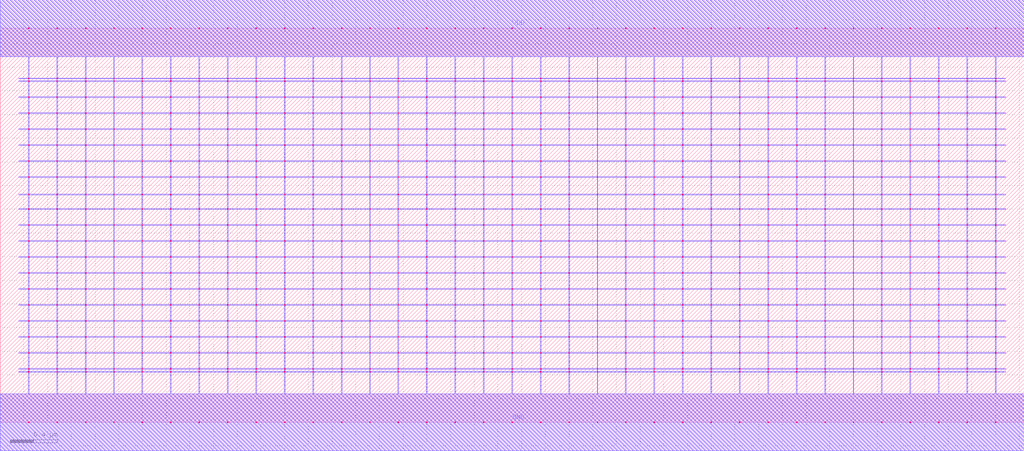
<source format=lef>
MACRO MUX2X1
 CLASS CORE ;
 FOREIGN MUX2X1 0 0 ;
 SIZE 8.64 BY 3.33 ;
 ORIGIN 0 0 ;
 SYMMETRY X Y R90 ;
 SITE unit ;
  PIN VDD
   DIRECTION INOUT ;
   USE POWER ;
   SHAPE ABUTMENT ;
    PORT
     CLASS CORE ;
       LAYER li1 ;
        RECT 0.00000000 3.09000000 8.64000000 3.57000000 ;
       LAYER met1 ;
        RECT 0.00000000 3.09000000 8.64000000 3.57000000 ;
    END
  END VDD

  PIN GND
   DIRECTION INOUT ;
   USE POWER ;
   SHAPE ABUTMENT ;
    PORT
     CLASS CORE ;
       LAYER li1 ;
        RECT 0.00000000 -0.24000000 8.64000000 0.24000000 ;
       LAYER met1 ;
        RECT 0.00000000 -0.24000000 8.64000000 0.24000000 ;
    END
  END GND

 OBS
    LAYER polycont ;
     RECT 1.43600000 0.98600000 1.44400000 0.99400000 ;
     RECT 2.87600000 0.98600000 2.88400000 0.99400000 ;
     RECT 4.31600000 0.98600000 4.32400000 0.99400000 ;
     RECT 5.75600000 0.98600000 5.76400000 0.99400000 ;
     RECT 7.19600000 0.98600000 7.20400000 0.99400000 ;
     RECT 1.43600000 1.92100000 1.44400000 1.92900000 ;
     RECT 2.87600000 1.92100000 2.88400000 1.92900000 ;
     RECT 4.31600000 1.92100000 4.32400000 1.92900000 ;
     RECT 5.75600000 1.92100000 5.76400000 1.92900000 ;
     RECT 7.19600000 1.92100000 7.20400000 1.92900000 ;

    LAYER pdiffc ;
     RECT 0.71600000 2.33600000 0.72400000 2.34400000 ;
     RECT 0.95600000 2.33600000 0.96400000 2.34400000 ;
     RECT 1.91600000 2.33600000 1.92400000 2.34400000 ;
     RECT 2.15600000 2.33600000 2.16400000 2.34400000 ;
     RECT 2.39600000 2.33600000 2.40400000 2.34400000 ;
     RECT 3.35600000 2.33600000 3.36400000 2.34400000 ;
     RECT 3.59600000 2.33600000 3.60400000 2.34400000 ;
     RECT 3.83600000 2.33600000 3.84400000 2.34400000 ;
     RECT 4.79600000 2.33600000 4.80400000 2.34400000 ;
     RECT 5.03600000 2.33600000 5.04400000 2.34400000 ;
     RECT 5.27600000 2.33600000 5.28400000 2.34400000 ;
     RECT 6.23600000 2.33600000 6.24400000 2.34400000 ;
     RECT 6.47600000 2.33600000 6.48400000 2.34400000 ;
     RECT 6.71600000 2.33600000 6.72400000 2.34400000 ;
     RECT 7.67600000 2.33600000 7.68400000 2.34400000 ;
     RECT 7.91600000 2.33600000 7.92400000 2.34400000 ;
     RECT 0.71600000 2.47100000 0.72400000 2.47900000 ;
     RECT 0.95600000 2.47100000 0.96400000 2.47900000 ;
     RECT 1.91600000 2.47100000 1.92400000 2.47900000 ;
     RECT 2.15600000 2.47100000 2.16400000 2.47900000 ;
     RECT 2.39600000 2.47100000 2.40400000 2.47900000 ;
     RECT 3.35600000 2.47100000 3.36400000 2.47900000 ;
     RECT 3.59600000 2.47100000 3.60400000 2.47900000 ;
     RECT 3.83600000 2.47100000 3.84400000 2.47900000 ;
     RECT 4.79600000 2.47100000 4.80400000 2.47900000 ;
     RECT 5.03600000 2.47100000 5.04400000 2.47900000 ;
     RECT 5.27600000 2.47100000 5.28400000 2.47900000 ;
     RECT 6.23600000 2.47100000 6.24400000 2.47900000 ;
     RECT 6.47600000 2.47100000 6.48400000 2.47900000 ;
     RECT 6.71600000 2.47100000 6.72400000 2.47900000 ;
     RECT 7.67600000 2.47100000 7.68400000 2.47900000 ;
     RECT 7.91600000 2.47100000 7.92400000 2.47900000 ;
     RECT 0.71600000 2.60600000 0.72400000 2.61400000 ;
     RECT 0.95600000 2.60600000 0.96400000 2.61400000 ;
     RECT 1.91600000 2.60600000 1.92400000 2.61400000 ;
     RECT 2.15600000 2.60600000 2.16400000 2.61400000 ;
     RECT 2.39600000 2.60600000 2.40400000 2.61400000 ;
     RECT 3.35600000 2.60600000 3.36400000 2.61400000 ;
     RECT 3.59600000 2.60600000 3.60400000 2.61400000 ;
     RECT 3.83600000 2.60600000 3.84400000 2.61400000 ;
     RECT 4.79600000 2.60600000 4.80400000 2.61400000 ;
     RECT 5.03600000 2.60600000 5.04400000 2.61400000 ;
     RECT 5.27600000 2.60600000 5.28400000 2.61400000 ;
     RECT 6.23600000 2.60600000 6.24400000 2.61400000 ;
     RECT 6.47600000 2.60600000 6.48400000 2.61400000 ;
     RECT 6.71600000 2.60600000 6.72400000 2.61400000 ;
     RECT 7.67600000 2.60600000 7.68400000 2.61400000 ;
     RECT 7.91600000 2.60600000 7.92400000 2.61400000 ;
     RECT 0.71600000 2.74100000 0.72400000 2.74900000 ;
     RECT 0.95600000 2.74100000 0.96400000 2.74900000 ;
     RECT 1.91600000 2.74100000 1.92400000 2.74900000 ;
     RECT 2.15600000 2.74100000 2.16400000 2.74900000 ;
     RECT 2.39600000 2.74100000 2.40400000 2.74900000 ;
     RECT 3.35600000 2.74100000 3.36400000 2.74900000 ;
     RECT 3.59600000 2.74100000 3.60400000 2.74900000 ;
     RECT 3.83600000 2.74100000 3.84400000 2.74900000 ;
     RECT 4.79600000 2.74100000 4.80400000 2.74900000 ;
     RECT 5.03600000 2.74100000 5.04400000 2.74900000 ;
     RECT 5.27600000 2.74100000 5.28400000 2.74900000 ;
     RECT 6.23600000 2.74100000 6.24400000 2.74900000 ;
     RECT 6.47600000 2.74100000 6.48400000 2.74900000 ;
     RECT 6.71600000 2.74100000 6.72400000 2.74900000 ;
     RECT 7.67600000 2.74100000 7.68400000 2.74900000 ;
     RECT 7.91600000 2.74100000 7.92400000 2.74900000 ;
     RECT 0.71600000 2.87600000 0.72400000 2.88400000 ;
     RECT 0.95600000 2.87600000 0.96400000 2.88400000 ;
     RECT 1.91600000 2.87600000 1.92400000 2.88400000 ;
     RECT 2.15600000 2.87600000 2.16400000 2.88400000 ;
     RECT 2.39600000 2.87600000 2.40400000 2.88400000 ;
     RECT 3.35600000 2.87600000 3.36400000 2.88400000 ;
     RECT 3.59600000 2.87600000 3.60400000 2.88400000 ;
     RECT 3.83600000 2.87600000 3.84400000 2.88400000 ;
     RECT 4.79600000 2.87600000 4.80400000 2.88400000 ;
     RECT 5.03600000 2.87600000 5.04400000 2.88400000 ;
     RECT 5.27600000 2.87600000 5.28400000 2.88400000 ;
     RECT 6.23600000 2.87600000 6.24400000 2.88400000 ;
     RECT 6.47600000 2.87600000 6.48400000 2.88400000 ;
     RECT 6.71600000 2.87600000 6.72400000 2.88400000 ;
     RECT 7.67600000 2.87600000 7.68400000 2.88400000 ;
     RECT 7.91600000 2.87600000 7.92400000 2.88400000 ;
     RECT 0.71600000 2.90100000 0.72400000 2.90900000 ;
     RECT 0.95600000 2.90100000 0.96400000 2.90900000 ;
     RECT 1.91600000 2.90100000 1.92400000 2.90900000 ;
     RECT 2.15600000 2.90100000 2.16400000 2.90900000 ;
     RECT 2.39600000 2.90100000 2.40400000 2.90900000 ;
     RECT 3.35600000 2.90100000 3.36400000 2.90900000 ;
     RECT 3.59600000 2.90100000 3.60400000 2.90900000 ;
     RECT 3.83600000 2.90100000 3.84400000 2.90900000 ;
     RECT 4.79600000 2.90100000 4.80400000 2.90900000 ;
     RECT 5.03600000 2.90100000 5.04400000 2.90900000 ;
     RECT 5.27600000 2.90100000 5.28400000 2.90900000 ;
     RECT 6.23600000 2.90100000 6.24400000 2.90900000 ;
     RECT 6.47600000 2.90100000 6.48400000 2.90900000 ;
     RECT 6.71600000 2.90100000 6.72400000 2.90900000 ;
     RECT 7.67600000 2.90100000 7.68400000 2.90900000 ;
     RECT 7.91600000 2.90100000 7.92400000 2.90900000 ;

    LAYER ndiffc ;
     RECT 0.71600000 0.42100000 0.72400000 0.42900000 ;
     RECT 0.95600000 0.42100000 0.96400000 0.42900000 ;
     RECT 1.91600000 0.42100000 1.92400000 0.42900000 ;
     RECT 2.15600000 0.42100000 2.16400000 0.42900000 ;
     RECT 2.39600000 0.42100000 2.40400000 0.42900000 ;
     RECT 3.35600000 0.42100000 3.36400000 0.42900000 ;
     RECT 3.59600000 0.42100000 3.60400000 0.42900000 ;
     RECT 3.83600000 0.42100000 3.84400000 0.42900000 ;
     RECT 4.79600000 0.42100000 4.80400000 0.42900000 ;
     RECT 5.03600000 0.42100000 5.04400000 0.42900000 ;
     RECT 5.27600000 0.42100000 5.28400000 0.42900000 ;
     RECT 6.23600000 0.42100000 6.24400000 0.42900000 ;
     RECT 6.47600000 0.42100000 6.48400000 0.42900000 ;
     RECT 6.71600000 0.42100000 6.72400000 0.42900000 ;
     RECT 7.67600000 0.42100000 7.68400000 0.42900000 ;
     RECT 7.91600000 0.42100000 7.92400000 0.42900000 ;
     RECT 0.71600000 0.44600000 0.72400000 0.45400000 ;
     RECT 0.95600000 0.44600000 0.96400000 0.45400000 ;
     RECT 1.91600000 0.44600000 1.92400000 0.45400000 ;
     RECT 2.15600000 0.44600000 2.16400000 0.45400000 ;
     RECT 2.39600000 0.44600000 2.40400000 0.45400000 ;
     RECT 3.35600000 0.44600000 3.36400000 0.45400000 ;
     RECT 3.59600000 0.44600000 3.60400000 0.45400000 ;
     RECT 3.83600000 0.44600000 3.84400000 0.45400000 ;
     RECT 4.79600000 0.44600000 4.80400000 0.45400000 ;
     RECT 5.03600000 0.44600000 5.04400000 0.45400000 ;
     RECT 5.27600000 0.44600000 5.28400000 0.45400000 ;
     RECT 6.23600000 0.44600000 6.24400000 0.45400000 ;
     RECT 6.47600000 0.44600000 6.48400000 0.45400000 ;
     RECT 6.71600000 0.44600000 6.72400000 0.45400000 ;
     RECT 7.67600000 0.44600000 7.68400000 0.45400000 ;
     RECT 7.91600000 0.44600000 7.92400000 0.45400000 ;
     RECT 0.71600000 0.58100000 0.72400000 0.58900000 ;
     RECT 0.95600000 0.58100000 0.96400000 0.58900000 ;
     RECT 1.91600000 0.58100000 1.92400000 0.58900000 ;
     RECT 2.15600000 0.58100000 2.16400000 0.58900000 ;
     RECT 2.39600000 0.58100000 2.40400000 0.58900000 ;
     RECT 3.35600000 0.58100000 3.36400000 0.58900000 ;
     RECT 3.59600000 0.58100000 3.60400000 0.58900000 ;
     RECT 3.83600000 0.58100000 3.84400000 0.58900000 ;
     RECT 4.79600000 0.58100000 4.80400000 0.58900000 ;
     RECT 5.03600000 0.58100000 5.04400000 0.58900000 ;
     RECT 5.27600000 0.58100000 5.28400000 0.58900000 ;
     RECT 6.23600000 0.58100000 6.24400000 0.58900000 ;
     RECT 6.47600000 0.58100000 6.48400000 0.58900000 ;
     RECT 6.71600000 0.58100000 6.72400000 0.58900000 ;
     RECT 7.67600000 0.58100000 7.68400000 0.58900000 ;
     RECT 7.91600000 0.58100000 7.92400000 0.58900000 ;

    LAYER li1 ;
     RECT 0.00000000 -0.24000000 8.64000000 0.24000000 ;
     RECT 0.23600000 0.24000000 0.24400000 0.42100000 ;
     RECT 0.47600000 0.24000000 0.48400000 0.42100000 ;
     RECT 0.71600000 0.24000000 0.72400000 0.42100000 ;
     RECT 0.95600000 0.24000000 0.96400000 0.42100000 ;
     RECT 1.19600000 0.24000000 1.20400000 0.42100000 ;
     RECT 1.43600000 0.24000000 1.44400000 0.42100000 ;
     RECT 1.67600000 0.24000000 1.68400000 0.42100000 ;
     RECT 1.91600000 0.24000000 1.92400000 0.42100000 ;
     RECT 2.15600000 0.24000000 2.16400000 0.42100000 ;
     RECT 2.39600000 0.24000000 2.40400000 0.42100000 ;
     RECT 2.63600000 0.24000000 2.64400000 0.42100000 ;
     RECT 2.87600000 0.24000000 2.88400000 0.42100000 ;
     RECT 3.11600000 0.24000000 3.12400000 0.42100000 ;
     RECT 3.35600000 0.24000000 3.36400000 0.42100000 ;
     RECT 3.59600000 0.24000000 3.60400000 0.42100000 ;
     RECT 3.83600000 0.24000000 3.84400000 0.42100000 ;
     RECT 4.07600000 0.24000000 4.08400000 0.42100000 ;
     RECT 4.31600000 0.24000000 4.32400000 0.42100000 ;
     RECT 4.55600000 0.24000000 4.56400000 0.42100000 ;
     RECT 4.79600000 0.24000000 4.80400000 0.42100000 ;
     RECT 5.03600000 0.24000000 5.04400000 0.42100000 ;
     RECT 5.27600000 0.24000000 5.28400000 0.42100000 ;
     RECT 5.51600000 0.24000000 5.52400000 0.42100000 ;
     RECT 5.75600000 0.24000000 5.76400000 0.42100000 ;
     RECT 5.99600000 0.24000000 6.00400000 0.42100000 ;
     RECT 6.23600000 0.24000000 6.24400000 0.42100000 ;
     RECT 6.47600000 0.24000000 6.48400000 0.42100000 ;
     RECT 6.71600000 0.24000000 6.72400000 0.42100000 ;
     RECT 6.95600000 0.24000000 6.96400000 0.42100000 ;
     RECT 7.19600000 0.24000000 7.20400000 0.42100000 ;
     RECT 7.43600000 0.24000000 7.44400000 0.42100000 ;
     RECT 7.67600000 0.24000000 7.68400000 0.42100000 ;
     RECT 7.91600000 0.24000000 7.92400000 0.42100000 ;
     RECT 8.15600000 0.24000000 8.16400000 0.42100000 ;
     RECT 8.39600000 0.24000000 8.40400000 0.42100000 ;
     RECT 0.15500000 0.42100000 8.48500000 0.42900000 ;
     RECT 0.23600000 0.42900000 0.24400000 0.44600000 ;
     RECT 0.47600000 0.42900000 0.48400000 0.44600000 ;
     RECT 0.71600000 0.42900000 0.72400000 0.44600000 ;
     RECT 0.95600000 0.42900000 0.96400000 0.44600000 ;
     RECT 1.19600000 0.42900000 1.20400000 0.44600000 ;
     RECT 1.43600000 0.42900000 1.44400000 0.44600000 ;
     RECT 1.67600000 0.42900000 1.68400000 0.44600000 ;
     RECT 1.91600000 0.42900000 1.92400000 0.44600000 ;
     RECT 2.15600000 0.42900000 2.16400000 0.44600000 ;
     RECT 2.39600000 0.42900000 2.40400000 0.44600000 ;
     RECT 2.63600000 0.42900000 2.64400000 0.44600000 ;
     RECT 2.87600000 0.42900000 2.88400000 0.44600000 ;
     RECT 3.11600000 0.42900000 3.12400000 0.44600000 ;
     RECT 3.35600000 0.42900000 3.36400000 0.44600000 ;
     RECT 3.59600000 0.42900000 3.60400000 0.44600000 ;
     RECT 3.83600000 0.42900000 3.84400000 0.44600000 ;
     RECT 4.07600000 0.42900000 4.08400000 0.44600000 ;
     RECT 4.31600000 0.42900000 4.32400000 0.44600000 ;
     RECT 4.55600000 0.42900000 4.56400000 0.44600000 ;
     RECT 4.79600000 0.42900000 4.80400000 0.44600000 ;
     RECT 5.03600000 0.42900000 5.04400000 0.44600000 ;
     RECT 5.27600000 0.42900000 5.28400000 0.44600000 ;
     RECT 5.51600000 0.42900000 5.52400000 0.44600000 ;
     RECT 5.75600000 0.42900000 5.76400000 0.44600000 ;
     RECT 5.99600000 0.42900000 6.00400000 0.44600000 ;
     RECT 6.23600000 0.42900000 6.24400000 0.44600000 ;
     RECT 6.47600000 0.42900000 6.48400000 0.44600000 ;
     RECT 6.71600000 0.42900000 6.72400000 0.44600000 ;
     RECT 6.95600000 0.42900000 6.96400000 0.44600000 ;
     RECT 7.19600000 0.42900000 7.20400000 0.44600000 ;
     RECT 7.43600000 0.42900000 7.44400000 0.44600000 ;
     RECT 7.67600000 0.42900000 7.68400000 0.44600000 ;
     RECT 7.91600000 0.42900000 7.92400000 0.44600000 ;
     RECT 8.15600000 0.42900000 8.16400000 0.44600000 ;
     RECT 8.39600000 0.42900000 8.40400000 0.44600000 ;
     RECT 0.15500000 0.44600000 8.48500000 0.45400000 ;
     RECT 0.23600000 0.45400000 0.24400000 0.58100000 ;
     RECT 0.47600000 0.45400000 0.48400000 0.58100000 ;
     RECT 0.71600000 0.45400000 0.72400000 0.58100000 ;
     RECT 0.95600000 0.45400000 0.96400000 0.58100000 ;
     RECT 1.19600000 0.45400000 1.20400000 0.58100000 ;
     RECT 1.43600000 0.45400000 1.44400000 0.58100000 ;
     RECT 1.67600000 0.45400000 1.68400000 0.58100000 ;
     RECT 1.91600000 0.45400000 1.92400000 0.58100000 ;
     RECT 2.15600000 0.45400000 2.16400000 0.58100000 ;
     RECT 2.39600000 0.45400000 2.40400000 0.58100000 ;
     RECT 2.63600000 0.45400000 2.64400000 0.58100000 ;
     RECT 2.87600000 0.45400000 2.88400000 0.58100000 ;
     RECT 3.11600000 0.45400000 3.12400000 0.58100000 ;
     RECT 3.35600000 0.45400000 3.36400000 0.58100000 ;
     RECT 3.59600000 0.45400000 3.60400000 0.58100000 ;
     RECT 3.83600000 0.45400000 3.84400000 0.58100000 ;
     RECT 4.07600000 0.45400000 4.08400000 0.58100000 ;
     RECT 4.31600000 0.45400000 4.32400000 0.58100000 ;
     RECT 4.55600000 0.45400000 4.56400000 0.58100000 ;
     RECT 4.79600000 0.45400000 4.80400000 0.58100000 ;
     RECT 5.03600000 0.45400000 5.04400000 0.58100000 ;
     RECT 5.27600000 0.45400000 5.28400000 0.58100000 ;
     RECT 5.51600000 0.45400000 5.52400000 0.58100000 ;
     RECT 5.75600000 0.45400000 5.76400000 0.58100000 ;
     RECT 5.99600000 0.45400000 6.00400000 0.58100000 ;
     RECT 6.23600000 0.45400000 6.24400000 0.58100000 ;
     RECT 6.47600000 0.45400000 6.48400000 0.58100000 ;
     RECT 6.71600000 0.45400000 6.72400000 0.58100000 ;
     RECT 6.95600000 0.45400000 6.96400000 0.58100000 ;
     RECT 7.19600000 0.45400000 7.20400000 0.58100000 ;
     RECT 7.43600000 0.45400000 7.44400000 0.58100000 ;
     RECT 7.67600000 0.45400000 7.68400000 0.58100000 ;
     RECT 7.91600000 0.45400000 7.92400000 0.58100000 ;
     RECT 8.15600000 0.45400000 8.16400000 0.58100000 ;
     RECT 8.39600000 0.45400000 8.40400000 0.58100000 ;
     RECT 0.15500000 0.58100000 8.48500000 0.58900000 ;
     RECT 0.23600000 0.58900000 0.24400000 0.71600000 ;
     RECT 0.47600000 0.58900000 0.48400000 0.71600000 ;
     RECT 0.71600000 0.58900000 0.72400000 0.71600000 ;
     RECT 0.95600000 0.58900000 0.96400000 0.71600000 ;
     RECT 1.19600000 0.58900000 1.20400000 0.71600000 ;
     RECT 1.43600000 0.58900000 1.44400000 0.71600000 ;
     RECT 1.67600000 0.58900000 1.68400000 0.71600000 ;
     RECT 1.91600000 0.58900000 1.92400000 0.71600000 ;
     RECT 2.15600000 0.58900000 2.16400000 0.71600000 ;
     RECT 2.39600000 0.58900000 2.40400000 0.71600000 ;
     RECT 2.63600000 0.58900000 2.64400000 0.71600000 ;
     RECT 2.87600000 0.58900000 2.88400000 0.71600000 ;
     RECT 3.11600000 0.58900000 3.12400000 0.71600000 ;
     RECT 3.35600000 0.58900000 3.36400000 0.71600000 ;
     RECT 3.59600000 0.58900000 3.60400000 0.71600000 ;
     RECT 3.83600000 0.58900000 3.84400000 0.71600000 ;
     RECT 4.07600000 0.58900000 4.08400000 0.71600000 ;
     RECT 4.31600000 0.58900000 4.32400000 0.71600000 ;
     RECT 4.55600000 0.58900000 4.56400000 0.71600000 ;
     RECT 4.79600000 0.58900000 4.80400000 0.71600000 ;
     RECT 5.03600000 0.58900000 5.04400000 0.71600000 ;
     RECT 5.27600000 0.58900000 5.28400000 0.71600000 ;
     RECT 5.51600000 0.58900000 5.52400000 0.71600000 ;
     RECT 5.75600000 0.58900000 5.76400000 0.71600000 ;
     RECT 5.99600000 0.58900000 6.00400000 0.71600000 ;
     RECT 6.23600000 0.58900000 6.24400000 0.71600000 ;
     RECT 6.47600000 0.58900000 6.48400000 0.71600000 ;
     RECT 6.71600000 0.58900000 6.72400000 0.71600000 ;
     RECT 6.95600000 0.58900000 6.96400000 0.71600000 ;
     RECT 7.19600000 0.58900000 7.20400000 0.71600000 ;
     RECT 7.43600000 0.58900000 7.44400000 0.71600000 ;
     RECT 7.67600000 0.58900000 7.68400000 0.71600000 ;
     RECT 7.91600000 0.58900000 7.92400000 0.71600000 ;
     RECT 8.15600000 0.58900000 8.16400000 0.71600000 ;
     RECT 8.39600000 0.58900000 8.40400000 0.71600000 ;
     RECT 0.15500000 0.71600000 8.48500000 0.72400000 ;
     RECT 0.23600000 0.72400000 0.24400000 0.85100000 ;
     RECT 0.47600000 0.72400000 0.48400000 0.85100000 ;
     RECT 0.71600000 0.72400000 0.72400000 0.85100000 ;
     RECT 0.95600000 0.72400000 0.96400000 0.85100000 ;
     RECT 1.19600000 0.72400000 1.20400000 0.85100000 ;
     RECT 1.43600000 0.72400000 1.44400000 0.85100000 ;
     RECT 1.67600000 0.72400000 1.68400000 0.85100000 ;
     RECT 1.91600000 0.72400000 1.92400000 0.85100000 ;
     RECT 2.15600000 0.72400000 2.16400000 0.85100000 ;
     RECT 2.39600000 0.72400000 2.40400000 0.85100000 ;
     RECT 2.63600000 0.72400000 2.64400000 0.85100000 ;
     RECT 2.87600000 0.72400000 2.88400000 0.85100000 ;
     RECT 3.11600000 0.72400000 3.12400000 0.85100000 ;
     RECT 3.35600000 0.72400000 3.36400000 0.85100000 ;
     RECT 3.59600000 0.72400000 3.60400000 0.85100000 ;
     RECT 3.83600000 0.72400000 3.84400000 0.85100000 ;
     RECT 4.07600000 0.72400000 4.08400000 0.85100000 ;
     RECT 4.31600000 0.72400000 4.32400000 0.85100000 ;
     RECT 4.55600000 0.72400000 4.56400000 0.85100000 ;
     RECT 4.79600000 0.72400000 4.80400000 0.85100000 ;
     RECT 5.03600000 0.72400000 5.04400000 0.85100000 ;
     RECT 5.27600000 0.72400000 5.28400000 0.85100000 ;
     RECT 5.51600000 0.72400000 5.52400000 0.85100000 ;
     RECT 5.75600000 0.72400000 5.76400000 0.85100000 ;
     RECT 5.99600000 0.72400000 6.00400000 0.85100000 ;
     RECT 6.23600000 0.72400000 6.24400000 0.85100000 ;
     RECT 6.47600000 0.72400000 6.48400000 0.85100000 ;
     RECT 6.71600000 0.72400000 6.72400000 0.85100000 ;
     RECT 6.95600000 0.72400000 6.96400000 0.85100000 ;
     RECT 7.19600000 0.72400000 7.20400000 0.85100000 ;
     RECT 7.43600000 0.72400000 7.44400000 0.85100000 ;
     RECT 7.67600000 0.72400000 7.68400000 0.85100000 ;
     RECT 7.91600000 0.72400000 7.92400000 0.85100000 ;
     RECT 8.15600000 0.72400000 8.16400000 0.85100000 ;
     RECT 8.39600000 0.72400000 8.40400000 0.85100000 ;
     RECT 0.15500000 0.85100000 8.48500000 0.85900000 ;
     RECT 0.23600000 0.85900000 0.24400000 0.98600000 ;
     RECT 0.47600000 0.85900000 0.48400000 0.98600000 ;
     RECT 0.71600000 0.85900000 0.72400000 0.98600000 ;
     RECT 0.95600000 0.85900000 0.96400000 0.98600000 ;
     RECT 1.19600000 0.85900000 1.20400000 0.98600000 ;
     RECT 1.43600000 0.85900000 1.44400000 0.98600000 ;
     RECT 1.67600000 0.85900000 1.68400000 0.98600000 ;
     RECT 1.91600000 0.85900000 1.92400000 0.98600000 ;
     RECT 2.15600000 0.85900000 2.16400000 0.98600000 ;
     RECT 2.39600000 0.85900000 2.40400000 0.98600000 ;
     RECT 2.63600000 0.85900000 2.64400000 0.98600000 ;
     RECT 2.87600000 0.85900000 2.88400000 0.98600000 ;
     RECT 3.11600000 0.85900000 3.12400000 0.98600000 ;
     RECT 3.35600000 0.85900000 3.36400000 0.98600000 ;
     RECT 3.59600000 0.85900000 3.60400000 0.98600000 ;
     RECT 3.83600000 0.85900000 3.84400000 0.98600000 ;
     RECT 4.07600000 0.85900000 4.08400000 0.98600000 ;
     RECT 4.31600000 0.85900000 4.32400000 0.98600000 ;
     RECT 4.55600000 0.85900000 4.56400000 0.98600000 ;
     RECT 4.79600000 0.85900000 4.80400000 0.98600000 ;
     RECT 5.03600000 0.85900000 5.04400000 0.98600000 ;
     RECT 5.27600000 0.85900000 5.28400000 0.98600000 ;
     RECT 5.51600000 0.85900000 5.52400000 0.98600000 ;
     RECT 5.75600000 0.85900000 5.76400000 0.98600000 ;
     RECT 5.99600000 0.85900000 6.00400000 0.98600000 ;
     RECT 6.23600000 0.85900000 6.24400000 0.98600000 ;
     RECT 6.47600000 0.85900000 6.48400000 0.98600000 ;
     RECT 6.71600000 0.85900000 6.72400000 0.98600000 ;
     RECT 6.95600000 0.85900000 6.96400000 0.98600000 ;
     RECT 7.19600000 0.85900000 7.20400000 0.98600000 ;
     RECT 7.43600000 0.85900000 7.44400000 0.98600000 ;
     RECT 7.67600000 0.85900000 7.68400000 0.98600000 ;
     RECT 7.91600000 0.85900000 7.92400000 0.98600000 ;
     RECT 8.15600000 0.85900000 8.16400000 0.98600000 ;
     RECT 8.39600000 0.85900000 8.40400000 0.98600000 ;
     RECT 0.15500000 0.98600000 8.48500000 0.99400000 ;
     RECT 0.23600000 0.99400000 0.24400000 1.12100000 ;
     RECT 0.47600000 0.99400000 0.48400000 1.12100000 ;
     RECT 0.71600000 0.99400000 0.72400000 1.12100000 ;
     RECT 0.95600000 0.99400000 0.96400000 1.12100000 ;
     RECT 1.19600000 0.99400000 1.20400000 1.12100000 ;
     RECT 1.43600000 0.99400000 1.44400000 1.12100000 ;
     RECT 1.67600000 0.99400000 1.68400000 1.12100000 ;
     RECT 1.91600000 0.99400000 1.92400000 1.12100000 ;
     RECT 2.15600000 0.99400000 2.16400000 1.12100000 ;
     RECT 2.39600000 0.99400000 2.40400000 1.12100000 ;
     RECT 2.63600000 0.99400000 2.64400000 1.12100000 ;
     RECT 2.87600000 0.99400000 2.88400000 1.12100000 ;
     RECT 3.11600000 0.99400000 3.12400000 1.12100000 ;
     RECT 3.35600000 0.99400000 3.36400000 1.12100000 ;
     RECT 3.59600000 0.99400000 3.60400000 1.12100000 ;
     RECT 3.83600000 0.99400000 3.84400000 1.12100000 ;
     RECT 4.07600000 0.99400000 4.08400000 1.12100000 ;
     RECT 4.31600000 0.99400000 4.32400000 1.12100000 ;
     RECT 4.55600000 0.99400000 4.56400000 1.12100000 ;
     RECT 4.79600000 0.99400000 4.80400000 1.12100000 ;
     RECT 5.03600000 0.99400000 5.04400000 1.12100000 ;
     RECT 5.27600000 0.99400000 5.28400000 1.12100000 ;
     RECT 5.51600000 0.99400000 5.52400000 1.12100000 ;
     RECT 5.75600000 0.99400000 5.76400000 1.12100000 ;
     RECT 5.99600000 0.99400000 6.00400000 1.12100000 ;
     RECT 6.23600000 0.99400000 6.24400000 1.12100000 ;
     RECT 6.47600000 0.99400000 6.48400000 1.12100000 ;
     RECT 6.71600000 0.99400000 6.72400000 1.12100000 ;
     RECT 6.95600000 0.99400000 6.96400000 1.12100000 ;
     RECT 7.19600000 0.99400000 7.20400000 1.12100000 ;
     RECT 7.43600000 0.99400000 7.44400000 1.12100000 ;
     RECT 7.67600000 0.99400000 7.68400000 1.12100000 ;
     RECT 7.91600000 0.99400000 7.92400000 1.12100000 ;
     RECT 8.15600000 0.99400000 8.16400000 1.12100000 ;
     RECT 8.39600000 0.99400000 8.40400000 1.12100000 ;
     RECT 0.15500000 1.12100000 8.48500000 1.12900000 ;
     RECT 0.23600000 1.12900000 0.24400000 1.25600000 ;
     RECT 0.47600000 1.12900000 0.48400000 1.25600000 ;
     RECT 0.71600000 1.12900000 0.72400000 1.25600000 ;
     RECT 0.95600000 1.12900000 0.96400000 1.25600000 ;
     RECT 1.19600000 1.12900000 1.20400000 1.25600000 ;
     RECT 1.43600000 1.12900000 1.44400000 1.25600000 ;
     RECT 1.67600000 1.12900000 1.68400000 1.25600000 ;
     RECT 1.91600000 1.12900000 1.92400000 1.25600000 ;
     RECT 2.15600000 1.12900000 2.16400000 1.25600000 ;
     RECT 2.39600000 1.12900000 2.40400000 1.25600000 ;
     RECT 2.63600000 1.12900000 2.64400000 1.25600000 ;
     RECT 2.87600000 1.12900000 2.88400000 1.25600000 ;
     RECT 3.11600000 1.12900000 3.12400000 1.25600000 ;
     RECT 3.35600000 1.12900000 3.36400000 1.25600000 ;
     RECT 3.59600000 1.12900000 3.60400000 1.25600000 ;
     RECT 3.83600000 1.12900000 3.84400000 1.25600000 ;
     RECT 4.07600000 1.12900000 4.08400000 1.25600000 ;
     RECT 4.31600000 1.12900000 4.32400000 1.25600000 ;
     RECT 4.55600000 1.12900000 4.56400000 1.25600000 ;
     RECT 4.79600000 1.12900000 4.80400000 1.25600000 ;
     RECT 5.03600000 1.12900000 5.04400000 1.25600000 ;
     RECT 5.27600000 1.12900000 5.28400000 1.25600000 ;
     RECT 5.51600000 1.12900000 5.52400000 1.25600000 ;
     RECT 5.75600000 1.12900000 5.76400000 1.25600000 ;
     RECT 5.99600000 1.12900000 6.00400000 1.25600000 ;
     RECT 6.23600000 1.12900000 6.24400000 1.25600000 ;
     RECT 6.47600000 1.12900000 6.48400000 1.25600000 ;
     RECT 6.71600000 1.12900000 6.72400000 1.25600000 ;
     RECT 6.95600000 1.12900000 6.96400000 1.25600000 ;
     RECT 7.19600000 1.12900000 7.20400000 1.25600000 ;
     RECT 7.43600000 1.12900000 7.44400000 1.25600000 ;
     RECT 7.67600000 1.12900000 7.68400000 1.25600000 ;
     RECT 7.91600000 1.12900000 7.92400000 1.25600000 ;
     RECT 8.15600000 1.12900000 8.16400000 1.25600000 ;
     RECT 8.39600000 1.12900000 8.40400000 1.25600000 ;
     RECT 0.15500000 1.25600000 8.48500000 1.26400000 ;
     RECT 0.23600000 1.26400000 0.24400000 1.39100000 ;
     RECT 0.47600000 1.26400000 0.48400000 1.39100000 ;
     RECT 0.71600000 1.26400000 0.72400000 1.39100000 ;
     RECT 0.95600000 1.26400000 0.96400000 1.39100000 ;
     RECT 1.19600000 1.26400000 1.20400000 1.39100000 ;
     RECT 1.43600000 1.26400000 1.44400000 1.39100000 ;
     RECT 1.67600000 1.26400000 1.68400000 1.39100000 ;
     RECT 1.91600000 1.26400000 1.92400000 1.39100000 ;
     RECT 2.15600000 1.26400000 2.16400000 1.39100000 ;
     RECT 2.39600000 1.26400000 2.40400000 1.39100000 ;
     RECT 2.63600000 1.26400000 2.64400000 1.39100000 ;
     RECT 2.87600000 1.26400000 2.88400000 1.39100000 ;
     RECT 3.11600000 1.26400000 3.12400000 1.39100000 ;
     RECT 3.35600000 1.26400000 3.36400000 1.39100000 ;
     RECT 3.59600000 1.26400000 3.60400000 1.39100000 ;
     RECT 3.83600000 1.26400000 3.84400000 1.39100000 ;
     RECT 4.07600000 1.26400000 4.08400000 1.39100000 ;
     RECT 4.31600000 1.26400000 4.32400000 1.39100000 ;
     RECT 4.55600000 1.26400000 4.56400000 1.39100000 ;
     RECT 4.79600000 1.26400000 4.80400000 1.39100000 ;
     RECT 5.03600000 1.26400000 5.04400000 1.39100000 ;
     RECT 5.27600000 1.26400000 5.28400000 1.39100000 ;
     RECT 5.51600000 1.26400000 5.52400000 1.39100000 ;
     RECT 5.75600000 1.26400000 5.76400000 1.39100000 ;
     RECT 5.99600000 1.26400000 6.00400000 1.39100000 ;
     RECT 6.23600000 1.26400000 6.24400000 1.39100000 ;
     RECT 6.47600000 1.26400000 6.48400000 1.39100000 ;
     RECT 6.71600000 1.26400000 6.72400000 1.39100000 ;
     RECT 6.95600000 1.26400000 6.96400000 1.39100000 ;
     RECT 7.19600000 1.26400000 7.20400000 1.39100000 ;
     RECT 7.43600000 1.26400000 7.44400000 1.39100000 ;
     RECT 7.67600000 1.26400000 7.68400000 1.39100000 ;
     RECT 7.91600000 1.26400000 7.92400000 1.39100000 ;
     RECT 8.15600000 1.26400000 8.16400000 1.39100000 ;
     RECT 8.39600000 1.26400000 8.40400000 1.39100000 ;
     RECT 0.15500000 1.39100000 8.48500000 1.39900000 ;
     RECT 0.23600000 1.39900000 0.24400000 1.52600000 ;
     RECT 0.47600000 1.39900000 0.48400000 1.52600000 ;
     RECT 0.71600000 1.39900000 0.72400000 1.52600000 ;
     RECT 0.95600000 1.39900000 0.96400000 1.52600000 ;
     RECT 1.19600000 1.39900000 1.20400000 1.52600000 ;
     RECT 1.43600000 1.39900000 1.44400000 1.52600000 ;
     RECT 1.67600000 1.39900000 1.68400000 1.52600000 ;
     RECT 1.91600000 1.39900000 1.92400000 1.52600000 ;
     RECT 2.15600000 1.39900000 2.16400000 1.52600000 ;
     RECT 2.39600000 1.39900000 2.40400000 1.52600000 ;
     RECT 2.63600000 1.39900000 2.64400000 1.52600000 ;
     RECT 2.87600000 1.39900000 2.88400000 1.52600000 ;
     RECT 3.11600000 1.39900000 3.12400000 1.52600000 ;
     RECT 3.35600000 1.39900000 3.36400000 1.52600000 ;
     RECT 3.59600000 1.39900000 3.60400000 1.52600000 ;
     RECT 3.83600000 1.39900000 3.84400000 1.52600000 ;
     RECT 4.07600000 1.39900000 4.08400000 1.52600000 ;
     RECT 4.31600000 1.39900000 4.32400000 1.52600000 ;
     RECT 4.55600000 1.39900000 4.56400000 1.52600000 ;
     RECT 4.79600000 1.39900000 4.80400000 1.52600000 ;
     RECT 5.03600000 1.39900000 5.04400000 1.52600000 ;
     RECT 5.27600000 1.39900000 5.28400000 1.52600000 ;
     RECT 5.51600000 1.39900000 5.52400000 1.52600000 ;
     RECT 5.75600000 1.39900000 5.76400000 1.52600000 ;
     RECT 5.99600000 1.39900000 6.00400000 1.52600000 ;
     RECT 6.23600000 1.39900000 6.24400000 1.52600000 ;
     RECT 6.47600000 1.39900000 6.48400000 1.52600000 ;
     RECT 6.71600000 1.39900000 6.72400000 1.52600000 ;
     RECT 6.95600000 1.39900000 6.96400000 1.52600000 ;
     RECT 7.19600000 1.39900000 7.20400000 1.52600000 ;
     RECT 7.43600000 1.39900000 7.44400000 1.52600000 ;
     RECT 7.67600000 1.39900000 7.68400000 1.52600000 ;
     RECT 7.91600000 1.39900000 7.92400000 1.52600000 ;
     RECT 8.15600000 1.39900000 8.16400000 1.52600000 ;
     RECT 8.39600000 1.39900000 8.40400000 1.52600000 ;
     RECT 0.15500000 1.52600000 8.48500000 1.53400000 ;
     RECT 0.23600000 1.53400000 0.24400000 1.66100000 ;
     RECT 0.47600000 1.53400000 0.48400000 1.66100000 ;
     RECT 0.71600000 1.53400000 0.72400000 1.66100000 ;
     RECT 0.95600000 1.53400000 0.96400000 1.66100000 ;
     RECT 1.19600000 1.53400000 1.20400000 1.66100000 ;
     RECT 1.43600000 1.53400000 1.44400000 1.66100000 ;
     RECT 1.67600000 1.53400000 1.68400000 1.66100000 ;
     RECT 1.91600000 1.53400000 1.92400000 1.66100000 ;
     RECT 2.15600000 1.53400000 2.16400000 1.66100000 ;
     RECT 2.39600000 1.53400000 2.40400000 1.66100000 ;
     RECT 2.63600000 1.53400000 2.64400000 1.66100000 ;
     RECT 2.87600000 1.53400000 2.88400000 1.66100000 ;
     RECT 3.11600000 1.53400000 3.12400000 1.66100000 ;
     RECT 3.35600000 1.53400000 3.36400000 1.66100000 ;
     RECT 3.59600000 1.53400000 3.60400000 1.66100000 ;
     RECT 3.83600000 1.53400000 3.84400000 1.66100000 ;
     RECT 4.07600000 1.53400000 4.08400000 1.66100000 ;
     RECT 4.31600000 1.53400000 4.32400000 1.66100000 ;
     RECT 4.55600000 1.53400000 4.56400000 1.66100000 ;
     RECT 4.79600000 1.53400000 4.80400000 1.66100000 ;
     RECT 5.03600000 1.53400000 5.04400000 1.66100000 ;
     RECT 5.27600000 1.53400000 5.28400000 1.66100000 ;
     RECT 5.51600000 1.53400000 5.52400000 1.66100000 ;
     RECT 5.75600000 1.53400000 5.76400000 1.66100000 ;
     RECT 5.99600000 1.53400000 6.00400000 1.66100000 ;
     RECT 6.23600000 1.53400000 6.24400000 1.66100000 ;
     RECT 6.47600000 1.53400000 6.48400000 1.66100000 ;
     RECT 6.71600000 1.53400000 6.72400000 1.66100000 ;
     RECT 6.95600000 1.53400000 6.96400000 1.66100000 ;
     RECT 7.19600000 1.53400000 7.20400000 1.66100000 ;
     RECT 7.43600000 1.53400000 7.44400000 1.66100000 ;
     RECT 7.67600000 1.53400000 7.68400000 1.66100000 ;
     RECT 7.91600000 1.53400000 7.92400000 1.66100000 ;
     RECT 8.15600000 1.53400000 8.16400000 1.66100000 ;
     RECT 8.39600000 1.53400000 8.40400000 1.66100000 ;
     RECT 0.15500000 1.66100000 8.48500000 1.66900000 ;
     RECT 0.23600000 1.66900000 0.24400000 1.79600000 ;
     RECT 0.47600000 1.66900000 0.48400000 1.79600000 ;
     RECT 0.71600000 1.66900000 0.72400000 1.79600000 ;
     RECT 0.95600000 1.66900000 0.96400000 1.79600000 ;
     RECT 1.19600000 1.66900000 1.20400000 1.79600000 ;
     RECT 1.43600000 1.66900000 1.44400000 1.79600000 ;
     RECT 1.67600000 1.66900000 1.68400000 1.79600000 ;
     RECT 1.91600000 1.66900000 1.92400000 1.79600000 ;
     RECT 2.15600000 1.66900000 2.16400000 1.79600000 ;
     RECT 2.39600000 1.66900000 2.40400000 1.79600000 ;
     RECT 2.63600000 1.66900000 2.64400000 1.79600000 ;
     RECT 2.87600000 1.66900000 2.88400000 1.79600000 ;
     RECT 3.11600000 1.66900000 3.12400000 1.79600000 ;
     RECT 3.35600000 1.66900000 3.36400000 1.79600000 ;
     RECT 3.59600000 1.66900000 3.60400000 1.79600000 ;
     RECT 3.83600000 1.66900000 3.84400000 1.79600000 ;
     RECT 4.07600000 1.66900000 4.08400000 1.79600000 ;
     RECT 4.31600000 1.66900000 4.32400000 1.79600000 ;
     RECT 4.55600000 1.66900000 4.56400000 1.79600000 ;
     RECT 4.79600000 1.66900000 4.80400000 1.79600000 ;
     RECT 5.03600000 1.66900000 5.04400000 1.79600000 ;
     RECT 5.27600000 1.66900000 5.28400000 1.79600000 ;
     RECT 5.51600000 1.66900000 5.52400000 1.79600000 ;
     RECT 5.75600000 1.66900000 5.76400000 1.79600000 ;
     RECT 5.99600000 1.66900000 6.00400000 1.79600000 ;
     RECT 6.23600000 1.66900000 6.24400000 1.79600000 ;
     RECT 6.47600000 1.66900000 6.48400000 1.79600000 ;
     RECT 6.71600000 1.66900000 6.72400000 1.79600000 ;
     RECT 6.95600000 1.66900000 6.96400000 1.79600000 ;
     RECT 7.19600000 1.66900000 7.20400000 1.79600000 ;
     RECT 7.43600000 1.66900000 7.44400000 1.79600000 ;
     RECT 7.67600000 1.66900000 7.68400000 1.79600000 ;
     RECT 7.91600000 1.66900000 7.92400000 1.79600000 ;
     RECT 8.15600000 1.66900000 8.16400000 1.79600000 ;
     RECT 8.39600000 1.66900000 8.40400000 1.79600000 ;
     RECT 0.15500000 1.79600000 8.48500000 1.80400000 ;
     RECT 0.23600000 1.80400000 0.24400000 1.92100000 ;
     RECT 0.47600000 1.80400000 0.48400000 1.92100000 ;
     RECT 0.71600000 1.80400000 0.72400000 1.92100000 ;
     RECT 0.95600000 1.80400000 0.96400000 1.92100000 ;
     RECT 1.19600000 1.80400000 1.20400000 1.92100000 ;
     RECT 1.43600000 1.80400000 1.44400000 1.92100000 ;
     RECT 1.67600000 1.80400000 1.68400000 1.92100000 ;
     RECT 1.91600000 1.80400000 1.92400000 1.92100000 ;
     RECT 2.15600000 1.80400000 2.16400000 1.92100000 ;
     RECT 2.39600000 1.80400000 2.40400000 1.92100000 ;
     RECT 2.63600000 1.80400000 2.64400000 1.92100000 ;
     RECT 2.87600000 1.80400000 2.88400000 1.92100000 ;
     RECT 3.11600000 1.80400000 3.12400000 1.92100000 ;
     RECT 3.35600000 1.80400000 3.36400000 1.92100000 ;
     RECT 3.59600000 1.80400000 3.60400000 1.92100000 ;
     RECT 3.83600000 1.80400000 3.84400000 1.92100000 ;
     RECT 4.07600000 1.80400000 4.08400000 1.92100000 ;
     RECT 4.31600000 1.80400000 4.32400000 1.92100000 ;
     RECT 4.55600000 1.80400000 4.56400000 1.92100000 ;
     RECT 4.79600000 1.80400000 4.80400000 1.92100000 ;
     RECT 5.03600000 1.80400000 5.04400000 1.92100000 ;
     RECT 5.27600000 1.80400000 5.28400000 1.92100000 ;
     RECT 5.51600000 1.80400000 5.52400000 1.92100000 ;
     RECT 5.75600000 1.80400000 5.76400000 1.92100000 ;
     RECT 5.99600000 1.80400000 6.00400000 1.92100000 ;
     RECT 6.23600000 1.80400000 6.24400000 1.92100000 ;
     RECT 6.47600000 1.80400000 6.48400000 1.92100000 ;
     RECT 6.71600000 1.80400000 6.72400000 1.92100000 ;
     RECT 6.95600000 1.80400000 6.96400000 1.92100000 ;
     RECT 7.19600000 1.80400000 7.20400000 1.92100000 ;
     RECT 7.43600000 1.80400000 7.44400000 1.92100000 ;
     RECT 7.67600000 1.80400000 7.68400000 1.92100000 ;
     RECT 7.91600000 1.80400000 7.92400000 1.92100000 ;
     RECT 8.15600000 1.80400000 8.16400000 1.92100000 ;
     RECT 8.39600000 1.80400000 8.40400000 1.92100000 ;
     RECT 0.15500000 1.92100000 8.48500000 1.92900000 ;
     RECT 0.23600000 1.92900000 0.24400000 2.06600000 ;
     RECT 0.47600000 1.92900000 0.48400000 2.06600000 ;
     RECT 0.71600000 1.92900000 0.72400000 2.06600000 ;
     RECT 0.95600000 1.92900000 0.96400000 2.06600000 ;
     RECT 1.19600000 1.92900000 1.20400000 2.06600000 ;
     RECT 1.43600000 1.92900000 1.44400000 2.06600000 ;
     RECT 1.67600000 1.92900000 1.68400000 2.06600000 ;
     RECT 1.91600000 1.92900000 1.92400000 2.06600000 ;
     RECT 2.15600000 1.92900000 2.16400000 2.06600000 ;
     RECT 2.39600000 1.92900000 2.40400000 2.06600000 ;
     RECT 2.63600000 1.92900000 2.64400000 2.06600000 ;
     RECT 2.87600000 1.92900000 2.88400000 2.06600000 ;
     RECT 3.11600000 1.92900000 3.12400000 2.06600000 ;
     RECT 3.35600000 1.92900000 3.36400000 2.06600000 ;
     RECT 3.59600000 1.92900000 3.60400000 2.06600000 ;
     RECT 3.83600000 1.92900000 3.84400000 2.06600000 ;
     RECT 4.07600000 1.92900000 4.08400000 2.06600000 ;
     RECT 4.31600000 1.92900000 4.32400000 2.06600000 ;
     RECT 4.55600000 1.92900000 4.56400000 2.06600000 ;
     RECT 4.79600000 1.92900000 4.80400000 2.06600000 ;
     RECT 5.03600000 1.92900000 5.04400000 2.06600000 ;
     RECT 5.27600000 1.92900000 5.28400000 2.06600000 ;
     RECT 5.51600000 1.92900000 5.52400000 2.06600000 ;
     RECT 5.75600000 1.92900000 5.76400000 2.06600000 ;
     RECT 5.99600000 1.92900000 6.00400000 2.06600000 ;
     RECT 6.23600000 1.92900000 6.24400000 2.06600000 ;
     RECT 6.47600000 1.92900000 6.48400000 2.06600000 ;
     RECT 6.71600000 1.92900000 6.72400000 2.06600000 ;
     RECT 6.95600000 1.92900000 6.96400000 2.06600000 ;
     RECT 7.19600000 1.92900000 7.20400000 2.06600000 ;
     RECT 7.43600000 1.92900000 7.44400000 2.06600000 ;
     RECT 7.67600000 1.92900000 7.68400000 2.06600000 ;
     RECT 7.91600000 1.92900000 7.92400000 2.06600000 ;
     RECT 8.15600000 1.92900000 8.16400000 2.06600000 ;
     RECT 8.39600000 1.92900000 8.40400000 2.06600000 ;
     RECT 0.15500000 2.06600000 8.48500000 2.07400000 ;
     RECT 0.23600000 2.07400000 0.24400000 2.20100000 ;
     RECT 0.47600000 2.07400000 0.48400000 2.20100000 ;
     RECT 0.71600000 2.07400000 0.72400000 2.20100000 ;
     RECT 0.95600000 2.07400000 0.96400000 2.20100000 ;
     RECT 1.19600000 2.07400000 1.20400000 2.20100000 ;
     RECT 1.43600000 2.07400000 1.44400000 2.20100000 ;
     RECT 1.67600000 2.07400000 1.68400000 2.20100000 ;
     RECT 1.91600000 2.07400000 1.92400000 2.20100000 ;
     RECT 2.15600000 2.07400000 2.16400000 2.20100000 ;
     RECT 2.39600000 2.07400000 2.40400000 2.20100000 ;
     RECT 2.63600000 2.07400000 2.64400000 2.20100000 ;
     RECT 2.87600000 2.07400000 2.88400000 2.20100000 ;
     RECT 3.11600000 2.07400000 3.12400000 2.20100000 ;
     RECT 3.35600000 2.07400000 3.36400000 2.20100000 ;
     RECT 3.59600000 2.07400000 3.60400000 2.20100000 ;
     RECT 3.83600000 2.07400000 3.84400000 2.20100000 ;
     RECT 4.07600000 2.07400000 4.08400000 2.20100000 ;
     RECT 4.31600000 2.07400000 4.32400000 2.20100000 ;
     RECT 4.55600000 2.07400000 4.56400000 2.20100000 ;
     RECT 4.79600000 2.07400000 4.80400000 2.20100000 ;
     RECT 5.03600000 2.07400000 5.04400000 2.20100000 ;
     RECT 5.27600000 2.07400000 5.28400000 2.20100000 ;
     RECT 5.51600000 2.07400000 5.52400000 2.20100000 ;
     RECT 5.75600000 2.07400000 5.76400000 2.20100000 ;
     RECT 5.99600000 2.07400000 6.00400000 2.20100000 ;
     RECT 6.23600000 2.07400000 6.24400000 2.20100000 ;
     RECT 6.47600000 2.07400000 6.48400000 2.20100000 ;
     RECT 6.71600000 2.07400000 6.72400000 2.20100000 ;
     RECT 6.95600000 2.07400000 6.96400000 2.20100000 ;
     RECT 7.19600000 2.07400000 7.20400000 2.20100000 ;
     RECT 7.43600000 2.07400000 7.44400000 2.20100000 ;
     RECT 7.67600000 2.07400000 7.68400000 2.20100000 ;
     RECT 7.91600000 2.07400000 7.92400000 2.20100000 ;
     RECT 8.15600000 2.07400000 8.16400000 2.20100000 ;
     RECT 8.39600000 2.07400000 8.40400000 2.20100000 ;
     RECT 0.15500000 2.20100000 8.48500000 2.20900000 ;
     RECT 0.23600000 2.20900000 0.24400000 2.33600000 ;
     RECT 0.47600000 2.20900000 0.48400000 2.33600000 ;
     RECT 0.71600000 2.20900000 0.72400000 2.33600000 ;
     RECT 0.95600000 2.20900000 0.96400000 2.33600000 ;
     RECT 1.19600000 2.20900000 1.20400000 2.33600000 ;
     RECT 1.43600000 2.20900000 1.44400000 2.33600000 ;
     RECT 1.67600000 2.20900000 1.68400000 2.33600000 ;
     RECT 1.91600000 2.20900000 1.92400000 2.33600000 ;
     RECT 2.15600000 2.20900000 2.16400000 2.33600000 ;
     RECT 2.39600000 2.20900000 2.40400000 2.33600000 ;
     RECT 2.63600000 2.20900000 2.64400000 2.33600000 ;
     RECT 2.87600000 2.20900000 2.88400000 2.33600000 ;
     RECT 3.11600000 2.20900000 3.12400000 2.33600000 ;
     RECT 3.35600000 2.20900000 3.36400000 2.33600000 ;
     RECT 3.59600000 2.20900000 3.60400000 2.33600000 ;
     RECT 3.83600000 2.20900000 3.84400000 2.33600000 ;
     RECT 4.07600000 2.20900000 4.08400000 2.33600000 ;
     RECT 4.31600000 2.20900000 4.32400000 2.33600000 ;
     RECT 4.55600000 2.20900000 4.56400000 2.33600000 ;
     RECT 4.79600000 2.20900000 4.80400000 2.33600000 ;
     RECT 5.03600000 2.20900000 5.04400000 2.33600000 ;
     RECT 5.27600000 2.20900000 5.28400000 2.33600000 ;
     RECT 5.51600000 2.20900000 5.52400000 2.33600000 ;
     RECT 5.75600000 2.20900000 5.76400000 2.33600000 ;
     RECT 5.99600000 2.20900000 6.00400000 2.33600000 ;
     RECT 6.23600000 2.20900000 6.24400000 2.33600000 ;
     RECT 6.47600000 2.20900000 6.48400000 2.33600000 ;
     RECT 6.71600000 2.20900000 6.72400000 2.33600000 ;
     RECT 6.95600000 2.20900000 6.96400000 2.33600000 ;
     RECT 7.19600000 2.20900000 7.20400000 2.33600000 ;
     RECT 7.43600000 2.20900000 7.44400000 2.33600000 ;
     RECT 7.67600000 2.20900000 7.68400000 2.33600000 ;
     RECT 7.91600000 2.20900000 7.92400000 2.33600000 ;
     RECT 8.15600000 2.20900000 8.16400000 2.33600000 ;
     RECT 8.39600000 2.20900000 8.40400000 2.33600000 ;
     RECT 0.15500000 2.33600000 8.48500000 2.34400000 ;
     RECT 0.23600000 2.34400000 0.24400000 2.47100000 ;
     RECT 0.47600000 2.34400000 0.48400000 2.47100000 ;
     RECT 0.71600000 2.34400000 0.72400000 2.47100000 ;
     RECT 0.95600000 2.34400000 0.96400000 2.47100000 ;
     RECT 1.19600000 2.34400000 1.20400000 2.47100000 ;
     RECT 1.43600000 2.34400000 1.44400000 2.47100000 ;
     RECT 1.67600000 2.34400000 1.68400000 2.47100000 ;
     RECT 1.91600000 2.34400000 1.92400000 2.47100000 ;
     RECT 2.15600000 2.34400000 2.16400000 2.47100000 ;
     RECT 2.39600000 2.34400000 2.40400000 2.47100000 ;
     RECT 2.63600000 2.34400000 2.64400000 2.47100000 ;
     RECT 2.87600000 2.34400000 2.88400000 2.47100000 ;
     RECT 3.11600000 2.34400000 3.12400000 2.47100000 ;
     RECT 3.35600000 2.34400000 3.36400000 2.47100000 ;
     RECT 3.59600000 2.34400000 3.60400000 2.47100000 ;
     RECT 3.83600000 2.34400000 3.84400000 2.47100000 ;
     RECT 4.07600000 2.34400000 4.08400000 2.47100000 ;
     RECT 4.31600000 2.34400000 4.32400000 2.47100000 ;
     RECT 4.55600000 2.34400000 4.56400000 2.47100000 ;
     RECT 4.79600000 2.34400000 4.80400000 2.47100000 ;
     RECT 5.03600000 2.34400000 5.04400000 2.47100000 ;
     RECT 5.27600000 2.34400000 5.28400000 2.47100000 ;
     RECT 5.51600000 2.34400000 5.52400000 2.47100000 ;
     RECT 5.75600000 2.34400000 5.76400000 2.47100000 ;
     RECT 5.99600000 2.34400000 6.00400000 2.47100000 ;
     RECT 6.23600000 2.34400000 6.24400000 2.47100000 ;
     RECT 6.47600000 2.34400000 6.48400000 2.47100000 ;
     RECT 6.71600000 2.34400000 6.72400000 2.47100000 ;
     RECT 6.95600000 2.34400000 6.96400000 2.47100000 ;
     RECT 7.19600000 2.34400000 7.20400000 2.47100000 ;
     RECT 7.43600000 2.34400000 7.44400000 2.47100000 ;
     RECT 7.67600000 2.34400000 7.68400000 2.47100000 ;
     RECT 7.91600000 2.34400000 7.92400000 2.47100000 ;
     RECT 8.15600000 2.34400000 8.16400000 2.47100000 ;
     RECT 8.39600000 2.34400000 8.40400000 2.47100000 ;
     RECT 0.15500000 2.47100000 8.48500000 2.47900000 ;
     RECT 0.23600000 2.47900000 0.24400000 2.60600000 ;
     RECT 0.47600000 2.47900000 0.48400000 2.60600000 ;
     RECT 0.71600000 2.47900000 0.72400000 2.60600000 ;
     RECT 0.95600000 2.47900000 0.96400000 2.60600000 ;
     RECT 1.19600000 2.47900000 1.20400000 2.60600000 ;
     RECT 1.43600000 2.47900000 1.44400000 2.60600000 ;
     RECT 1.67600000 2.47900000 1.68400000 2.60600000 ;
     RECT 1.91600000 2.47900000 1.92400000 2.60600000 ;
     RECT 2.15600000 2.47900000 2.16400000 2.60600000 ;
     RECT 2.39600000 2.47900000 2.40400000 2.60600000 ;
     RECT 2.63600000 2.47900000 2.64400000 2.60600000 ;
     RECT 2.87600000 2.47900000 2.88400000 2.60600000 ;
     RECT 3.11600000 2.47900000 3.12400000 2.60600000 ;
     RECT 3.35600000 2.47900000 3.36400000 2.60600000 ;
     RECT 3.59600000 2.47900000 3.60400000 2.60600000 ;
     RECT 3.83600000 2.47900000 3.84400000 2.60600000 ;
     RECT 4.07600000 2.47900000 4.08400000 2.60600000 ;
     RECT 4.31600000 2.47900000 4.32400000 2.60600000 ;
     RECT 4.55600000 2.47900000 4.56400000 2.60600000 ;
     RECT 4.79600000 2.47900000 4.80400000 2.60600000 ;
     RECT 5.03600000 2.47900000 5.04400000 2.60600000 ;
     RECT 5.27600000 2.47900000 5.28400000 2.60600000 ;
     RECT 5.51600000 2.47900000 5.52400000 2.60600000 ;
     RECT 5.75600000 2.47900000 5.76400000 2.60600000 ;
     RECT 5.99600000 2.47900000 6.00400000 2.60600000 ;
     RECT 6.23600000 2.47900000 6.24400000 2.60600000 ;
     RECT 6.47600000 2.47900000 6.48400000 2.60600000 ;
     RECT 6.71600000 2.47900000 6.72400000 2.60600000 ;
     RECT 6.95600000 2.47900000 6.96400000 2.60600000 ;
     RECT 7.19600000 2.47900000 7.20400000 2.60600000 ;
     RECT 7.43600000 2.47900000 7.44400000 2.60600000 ;
     RECT 7.67600000 2.47900000 7.68400000 2.60600000 ;
     RECT 7.91600000 2.47900000 7.92400000 2.60600000 ;
     RECT 8.15600000 2.47900000 8.16400000 2.60600000 ;
     RECT 8.39600000 2.47900000 8.40400000 2.60600000 ;
     RECT 0.15500000 2.60600000 8.48500000 2.61400000 ;
     RECT 0.23600000 2.61400000 0.24400000 2.74100000 ;
     RECT 0.47600000 2.61400000 0.48400000 2.74100000 ;
     RECT 0.71600000 2.61400000 0.72400000 2.74100000 ;
     RECT 0.95600000 2.61400000 0.96400000 2.74100000 ;
     RECT 1.19600000 2.61400000 1.20400000 2.74100000 ;
     RECT 1.43600000 2.61400000 1.44400000 2.74100000 ;
     RECT 1.67600000 2.61400000 1.68400000 2.74100000 ;
     RECT 1.91600000 2.61400000 1.92400000 2.74100000 ;
     RECT 2.15600000 2.61400000 2.16400000 2.74100000 ;
     RECT 2.39600000 2.61400000 2.40400000 2.74100000 ;
     RECT 2.63600000 2.61400000 2.64400000 2.74100000 ;
     RECT 2.87600000 2.61400000 2.88400000 2.74100000 ;
     RECT 3.11600000 2.61400000 3.12400000 2.74100000 ;
     RECT 3.35600000 2.61400000 3.36400000 2.74100000 ;
     RECT 3.59600000 2.61400000 3.60400000 2.74100000 ;
     RECT 3.83600000 2.61400000 3.84400000 2.74100000 ;
     RECT 4.07600000 2.61400000 4.08400000 2.74100000 ;
     RECT 4.31600000 2.61400000 4.32400000 2.74100000 ;
     RECT 4.55600000 2.61400000 4.56400000 2.74100000 ;
     RECT 4.79600000 2.61400000 4.80400000 2.74100000 ;
     RECT 5.03600000 2.61400000 5.04400000 2.74100000 ;
     RECT 5.27600000 2.61400000 5.28400000 2.74100000 ;
     RECT 5.51600000 2.61400000 5.52400000 2.74100000 ;
     RECT 5.75600000 2.61400000 5.76400000 2.74100000 ;
     RECT 5.99600000 2.61400000 6.00400000 2.74100000 ;
     RECT 6.23600000 2.61400000 6.24400000 2.74100000 ;
     RECT 6.47600000 2.61400000 6.48400000 2.74100000 ;
     RECT 6.71600000 2.61400000 6.72400000 2.74100000 ;
     RECT 6.95600000 2.61400000 6.96400000 2.74100000 ;
     RECT 7.19600000 2.61400000 7.20400000 2.74100000 ;
     RECT 7.43600000 2.61400000 7.44400000 2.74100000 ;
     RECT 7.67600000 2.61400000 7.68400000 2.74100000 ;
     RECT 7.91600000 2.61400000 7.92400000 2.74100000 ;
     RECT 8.15600000 2.61400000 8.16400000 2.74100000 ;
     RECT 8.39600000 2.61400000 8.40400000 2.74100000 ;
     RECT 0.15500000 2.74100000 8.48500000 2.74900000 ;
     RECT 0.23600000 2.74900000 0.24400000 2.87600000 ;
     RECT 0.47600000 2.74900000 0.48400000 2.87600000 ;
     RECT 0.71600000 2.74900000 0.72400000 2.87600000 ;
     RECT 0.95600000 2.74900000 0.96400000 2.87600000 ;
     RECT 1.19600000 2.74900000 1.20400000 2.87600000 ;
     RECT 1.43600000 2.74900000 1.44400000 2.87600000 ;
     RECT 1.67600000 2.74900000 1.68400000 2.87600000 ;
     RECT 1.91600000 2.74900000 1.92400000 2.87600000 ;
     RECT 2.15600000 2.74900000 2.16400000 2.87600000 ;
     RECT 2.39600000 2.74900000 2.40400000 2.87600000 ;
     RECT 2.63600000 2.74900000 2.64400000 2.87600000 ;
     RECT 2.87600000 2.74900000 2.88400000 2.87600000 ;
     RECT 3.11600000 2.74900000 3.12400000 2.87600000 ;
     RECT 3.35600000 2.74900000 3.36400000 2.87600000 ;
     RECT 3.59600000 2.74900000 3.60400000 2.87600000 ;
     RECT 3.83600000 2.74900000 3.84400000 2.87600000 ;
     RECT 4.07600000 2.74900000 4.08400000 2.87600000 ;
     RECT 4.31600000 2.74900000 4.32400000 2.87600000 ;
     RECT 4.55600000 2.74900000 4.56400000 2.87600000 ;
     RECT 4.79600000 2.74900000 4.80400000 2.87600000 ;
     RECT 5.03600000 2.74900000 5.04400000 2.87600000 ;
     RECT 5.27600000 2.74900000 5.28400000 2.87600000 ;
     RECT 5.51600000 2.74900000 5.52400000 2.87600000 ;
     RECT 5.75600000 2.74900000 5.76400000 2.87600000 ;
     RECT 5.99600000 2.74900000 6.00400000 2.87600000 ;
     RECT 6.23600000 2.74900000 6.24400000 2.87600000 ;
     RECT 6.47600000 2.74900000 6.48400000 2.87600000 ;
     RECT 6.71600000 2.74900000 6.72400000 2.87600000 ;
     RECT 6.95600000 2.74900000 6.96400000 2.87600000 ;
     RECT 7.19600000 2.74900000 7.20400000 2.87600000 ;
     RECT 7.43600000 2.74900000 7.44400000 2.87600000 ;
     RECT 7.67600000 2.74900000 7.68400000 2.87600000 ;
     RECT 7.91600000 2.74900000 7.92400000 2.87600000 ;
     RECT 8.15600000 2.74900000 8.16400000 2.87600000 ;
     RECT 8.39600000 2.74900000 8.40400000 2.87600000 ;
     RECT 0.15500000 2.87600000 8.48500000 2.88400000 ;
     RECT 0.23600000 2.88400000 0.24400000 2.90100000 ;
     RECT 0.47600000 2.88400000 0.48400000 2.90100000 ;
     RECT 0.71600000 2.88400000 0.72400000 2.90100000 ;
     RECT 0.95600000 2.88400000 0.96400000 2.90100000 ;
     RECT 1.19600000 2.88400000 1.20400000 2.90100000 ;
     RECT 1.43600000 2.88400000 1.44400000 2.90100000 ;
     RECT 1.67600000 2.88400000 1.68400000 2.90100000 ;
     RECT 1.91600000 2.88400000 1.92400000 2.90100000 ;
     RECT 2.15600000 2.88400000 2.16400000 2.90100000 ;
     RECT 2.39600000 2.88400000 2.40400000 2.90100000 ;
     RECT 2.63600000 2.88400000 2.64400000 2.90100000 ;
     RECT 2.87600000 2.88400000 2.88400000 2.90100000 ;
     RECT 3.11600000 2.88400000 3.12400000 2.90100000 ;
     RECT 3.35600000 2.88400000 3.36400000 2.90100000 ;
     RECT 3.59600000 2.88400000 3.60400000 2.90100000 ;
     RECT 3.83600000 2.88400000 3.84400000 2.90100000 ;
     RECT 4.07600000 2.88400000 4.08400000 2.90100000 ;
     RECT 4.31600000 2.88400000 4.32400000 2.90100000 ;
     RECT 4.55600000 2.88400000 4.56400000 2.90100000 ;
     RECT 4.79600000 2.88400000 4.80400000 2.90100000 ;
     RECT 5.03600000 2.88400000 5.04400000 2.90100000 ;
     RECT 5.27600000 2.88400000 5.28400000 2.90100000 ;
     RECT 5.51600000 2.88400000 5.52400000 2.90100000 ;
     RECT 5.75600000 2.88400000 5.76400000 2.90100000 ;
     RECT 5.99600000 2.88400000 6.00400000 2.90100000 ;
     RECT 6.23600000 2.88400000 6.24400000 2.90100000 ;
     RECT 6.47600000 2.88400000 6.48400000 2.90100000 ;
     RECT 6.71600000 2.88400000 6.72400000 2.90100000 ;
     RECT 6.95600000 2.88400000 6.96400000 2.90100000 ;
     RECT 7.19600000 2.88400000 7.20400000 2.90100000 ;
     RECT 7.43600000 2.88400000 7.44400000 2.90100000 ;
     RECT 7.67600000 2.88400000 7.68400000 2.90100000 ;
     RECT 7.91600000 2.88400000 7.92400000 2.90100000 ;
     RECT 8.15600000 2.88400000 8.16400000 2.90100000 ;
     RECT 8.39600000 2.88400000 8.40400000 2.90100000 ;
     RECT 0.15500000 2.90100000 8.48500000 2.90900000 ;
     RECT 0.23600000 2.90900000 0.24400000 3.09000000 ;
     RECT 0.47600000 2.90900000 0.48400000 3.09000000 ;
     RECT 0.71600000 2.90900000 0.72400000 3.09000000 ;
     RECT 0.95600000 2.90900000 0.96400000 3.09000000 ;
     RECT 1.19600000 2.90900000 1.20400000 3.09000000 ;
     RECT 1.43600000 2.90900000 1.44400000 3.09000000 ;
     RECT 1.67600000 2.90900000 1.68400000 3.09000000 ;
     RECT 1.91600000 2.90900000 1.92400000 3.09000000 ;
     RECT 2.15600000 2.90900000 2.16400000 3.09000000 ;
     RECT 2.39600000 2.90900000 2.40400000 3.09000000 ;
     RECT 2.63600000 2.90900000 2.64400000 3.09000000 ;
     RECT 2.87600000 2.90900000 2.88400000 3.09000000 ;
     RECT 3.11600000 2.90900000 3.12400000 3.09000000 ;
     RECT 3.35600000 2.90900000 3.36400000 3.09000000 ;
     RECT 3.59600000 2.90900000 3.60400000 3.09000000 ;
     RECT 3.83600000 2.90900000 3.84400000 3.09000000 ;
     RECT 4.07600000 2.90900000 4.08400000 3.09000000 ;
     RECT 4.31600000 2.90900000 4.32400000 3.09000000 ;
     RECT 4.55600000 2.90900000 4.56400000 3.09000000 ;
     RECT 4.79600000 2.90900000 4.80400000 3.09000000 ;
     RECT 5.03600000 2.90900000 5.04400000 3.09000000 ;
     RECT 5.27600000 2.90900000 5.28400000 3.09000000 ;
     RECT 5.51600000 2.90900000 5.52400000 3.09000000 ;
     RECT 5.75600000 2.90900000 5.76400000 3.09000000 ;
     RECT 5.99600000 2.90900000 6.00400000 3.09000000 ;
     RECT 6.23600000 2.90900000 6.24400000 3.09000000 ;
     RECT 6.47600000 2.90900000 6.48400000 3.09000000 ;
     RECT 6.71600000 2.90900000 6.72400000 3.09000000 ;
     RECT 6.95600000 2.90900000 6.96400000 3.09000000 ;
     RECT 7.19600000 2.90900000 7.20400000 3.09000000 ;
     RECT 7.43600000 2.90900000 7.44400000 3.09000000 ;
     RECT 7.67600000 2.90900000 7.68400000 3.09000000 ;
     RECT 7.91600000 2.90900000 7.92400000 3.09000000 ;
     RECT 8.15600000 2.90900000 8.16400000 3.09000000 ;
     RECT 8.39600000 2.90900000 8.40400000 3.09000000 ;
     RECT 0.00000000 3.09000000 8.64000000 3.57000000 ;

    LAYER viali ;
     RECT 0.23600000 -0.00400000 0.24400000 0.00400000 ;
     RECT 0.47600000 -0.00400000 0.48400000 0.00400000 ;
     RECT 0.71600000 -0.00400000 0.72400000 0.00400000 ;
     RECT 0.95600000 -0.00400000 0.96400000 0.00400000 ;
     RECT 1.19600000 -0.00400000 1.20400000 0.00400000 ;
     RECT 1.43600000 -0.00400000 1.44400000 0.00400000 ;
     RECT 1.67600000 -0.00400000 1.68400000 0.00400000 ;
     RECT 1.91600000 -0.00400000 1.92400000 0.00400000 ;
     RECT 2.15600000 -0.00400000 2.16400000 0.00400000 ;
     RECT 2.39600000 -0.00400000 2.40400000 0.00400000 ;
     RECT 2.63600000 -0.00400000 2.64400000 0.00400000 ;
     RECT 2.87600000 -0.00400000 2.88400000 0.00400000 ;
     RECT 3.11600000 -0.00400000 3.12400000 0.00400000 ;
     RECT 3.35600000 -0.00400000 3.36400000 0.00400000 ;
     RECT 3.59600000 -0.00400000 3.60400000 0.00400000 ;
     RECT 3.83600000 -0.00400000 3.84400000 0.00400000 ;
     RECT 4.07600000 -0.00400000 4.08400000 0.00400000 ;
     RECT 4.31600000 -0.00400000 4.32400000 0.00400000 ;
     RECT 4.55600000 -0.00400000 4.56400000 0.00400000 ;
     RECT 4.79600000 -0.00400000 4.80400000 0.00400000 ;
     RECT 5.03600000 -0.00400000 5.04400000 0.00400000 ;
     RECT 5.27600000 -0.00400000 5.28400000 0.00400000 ;
     RECT 5.51600000 -0.00400000 5.52400000 0.00400000 ;
     RECT 5.75600000 -0.00400000 5.76400000 0.00400000 ;
     RECT 5.99600000 -0.00400000 6.00400000 0.00400000 ;
     RECT 6.23600000 -0.00400000 6.24400000 0.00400000 ;
     RECT 6.47600000 -0.00400000 6.48400000 0.00400000 ;
     RECT 6.71600000 -0.00400000 6.72400000 0.00400000 ;
     RECT 6.95600000 -0.00400000 6.96400000 0.00400000 ;
     RECT 7.19600000 -0.00400000 7.20400000 0.00400000 ;
     RECT 7.43600000 -0.00400000 7.44400000 0.00400000 ;
     RECT 7.67600000 -0.00400000 7.68400000 0.00400000 ;
     RECT 7.91600000 -0.00400000 7.92400000 0.00400000 ;
     RECT 8.15600000 -0.00400000 8.16400000 0.00400000 ;
     RECT 8.39600000 -0.00400000 8.40400000 0.00400000 ;
     RECT 0.23600000 0.42100000 0.24400000 0.42900000 ;
     RECT 0.47600000 0.42100000 0.48400000 0.42900000 ;
     RECT 0.71600000 0.42100000 0.72400000 0.42900000 ;
     RECT 0.95600000 0.42100000 0.96400000 0.42900000 ;
     RECT 1.19600000 0.42100000 1.20400000 0.42900000 ;
     RECT 1.43600000 0.42100000 1.44400000 0.42900000 ;
     RECT 1.67600000 0.42100000 1.68400000 0.42900000 ;
     RECT 1.91600000 0.42100000 1.92400000 0.42900000 ;
     RECT 2.15600000 0.42100000 2.16400000 0.42900000 ;
     RECT 2.39600000 0.42100000 2.40400000 0.42900000 ;
     RECT 2.63600000 0.42100000 2.64400000 0.42900000 ;
     RECT 2.87600000 0.42100000 2.88400000 0.42900000 ;
     RECT 3.11600000 0.42100000 3.12400000 0.42900000 ;
     RECT 3.35600000 0.42100000 3.36400000 0.42900000 ;
     RECT 3.59600000 0.42100000 3.60400000 0.42900000 ;
     RECT 3.83600000 0.42100000 3.84400000 0.42900000 ;
     RECT 4.07600000 0.42100000 4.08400000 0.42900000 ;
     RECT 4.31600000 0.42100000 4.32400000 0.42900000 ;
     RECT 4.55600000 0.42100000 4.56400000 0.42900000 ;
     RECT 4.79600000 0.42100000 4.80400000 0.42900000 ;
     RECT 5.03600000 0.42100000 5.04400000 0.42900000 ;
     RECT 5.27600000 0.42100000 5.28400000 0.42900000 ;
     RECT 5.51600000 0.42100000 5.52400000 0.42900000 ;
     RECT 5.75600000 0.42100000 5.76400000 0.42900000 ;
     RECT 5.99600000 0.42100000 6.00400000 0.42900000 ;
     RECT 6.23600000 0.42100000 6.24400000 0.42900000 ;
     RECT 6.47600000 0.42100000 6.48400000 0.42900000 ;
     RECT 6.71600000 0.42100000 6.72400000 0.42900000 ;
     RECT 6.95600000 0.42100000 6.96400000 0.42900000 ;
     RECT 7.19600000 0.42100000 7.20400000 0.42900000 ;
     RECT 7.43600000 0.42100000 7.44400000 0.42900000 ;
     RECT 7.67600000 0.42100000 7.68400000 0.42900000 ;
     RECT 7.91600000 0.42100000 7.92400000 0.42900000 ;
     RECT 8.15600000 0.42100000 8.16400000 0.42900000 ;
     RECT 8.39600000 0.42100000 8.40400000 0.42900000 ;
     RECT 0.23600000 0.44600000 0.24400000 0.45400000 ;
     RECT 0.47600000 0.44600000 0.48400000 0.45400000 ;
     RECT 0.71600000 0.44600000 0.72400000 0.45400000 ;
     RECT 0.95600000 0.44600000 0.96400000 0.45400000 ;
     RECT 1.19600000 0.44600000 1.20400000 0.45400000 ;
     RECT 1.43600000 0.44600000 1.44400000 0.45400000 ;
     RECT 1.67600000 0.44600000 1.68400000 0.45400000 ;
     RECT 1.91600000 0.44600000 1.92400000 0.45400000 ;
     RECT 2.15600000 0.44600000 2.16400000 0.45400000 ;
     RECT 2.39600000 0.44600000 2.40400000 0.45400000 ;
     RECT 2.63600000 0.44600000 2.64400000 0.45400000 ;
     RECT 2.87600000 0.44600000 2.88400000 0.45400000 ;
     RECT 3.11600000 0.44600000 3.12400000 0.45400000 ;
     RECT 3.35600000 0.44600000 3.36400000 0.45400000 ;
     RECT 3.59600000 0.44600000 3.60400000 0.45400000 ;
     RECT 3.83600000 0.44600000 3.84400000 0.45400000 ;
     RECT 4.07600000 0.44600000 4.08400000 0.45400000 ;
     RECT 4.31600000 0.44600000 4.32400000 0.45400000 ;
     RECT 4.55600000 0.44600000 4.56400000 0.45400000 ;
     RECT 4.79600000 0.44600000 4.80400000 0.45400000 ;
     RECT 5.03600000 0.44600000 5.04400000 0.45400000 ;
     RECT 5.27600000 0.44600000 5.28400000 0.45400000 ;
     RECT 5.51600000 0.44600000 5.52400000 0.45400000 ;
     RECT 5.75600000 0.44600000 5.76400000 0.45400000 ;
     RECT 5.99600000 0.44600000 6.00400000 0.45400000 ;
     RECT 6.23600000 0.44600000 6.24400000 0.45400000 ;
     RECT 6.47600000 0.44600000 6.48400000 0.45400000 ;
     RECT 6.71600000 0.44600000 6.72400000 0.45400000 ;
     RECT 6.95600000 0.44600000 6.96400000 0.45400000 ;
     RECT 7.19600000 0.44600000 7.20400000 0.45400000 ;
     RECT 7.43600000 0.44600000 7.44400000 0.45400000 ;
     RECT 7.67600000 0.44600000 7.68400000 0.45400000 ;
     RECT 7.91600000 0.44600000 7.92400000 0.45400000 ;
     RECT 8.15600000 0.44600000 8.16400000 0.45400000 ;
     RECT 8.39600000 0.44600000 8.40400000 0.45400000 ;
     RECT 0.23600000 0.58100000 0.24400000 0.58900000 ;
     RECT 0.47600000 0.58100000 0.48400000 0.58900000 ;
     RECT 0.71600000 0.58100000 0.72400000 0.58900000 ;
     RECT 0.95600000 0.58100000 0.96400000 0.58900000 ;
     RECT 1.19600000 0.58100000 1.20400000 0.58900000 ;
     RECT 1.43600000 0.58100000 1.44400000 0.58900000 ;
     RECT 1.67600000 0.58100000 1.68400000 0.58900000 ;
     RECT 1.91600000 0.58100000 1.92400000 0.58900000 ;
     RECT 2.15600000 0.58100000 2.16400000 0.58900000 ;
     RECT 2.39600000 0.58100000 2.40400000 0.58900000 ;
     RECT 2.63600000 0.58100000 2.64400000 0.58900000 ;
     RECT 2.87600000 0.58100000 2.88400000 0.58900000 ;
     RECT 3.11600000 0.58100000 3.12400000 0.58900000 ;
     RECT 3.35600000 0.58100000 3.36400000 0.58900000 ;
     RECT 3.59600000 0.58100000 3.60400000 0.58900000 ;
     RECT 3.83600000 0.58100000 3.84400000 0.58900000 ;
     RECT 4.07600000 0.58100000 4.08400000 0.58900000 ;
     RECT 4.31600000 0.58100000 4.32400000 0.58900000 ;
     RECT 4.55600000 0.58100000 4.56400000 0.58900000 ;
     RECT 4.79600000 0.58100000 4.80400000 0.58900000 ;
     RECT 5.03600000 0.58100000 5.04400000 0.58900000 ;
     RECT 5.27600000 0.58100000 5.28400000 0.58900000 ;
     RECT 5.51600000 0.58100000 5.52400000 0.58900000 ;
     RECT 5.75600000 0.58100000 5.76400000 0.58900000 ;
     RECT 5.99600000 0.58100000 6.00400000 0.58900000 ;
     RECT 6.23600000 0.58100000 6.24400000 0.58900000 ;
     RECT 6.47600000 0.58100000 6.48400000 0.58900000 ;
     RECT 6.71600000 0.58100000 6.72400000 0.58900000 ;
     RECT 6.95600000 0.58100000 6.96400000 0.58900000 ;
     RECT 7.19600000 0.58100000 7.20400000 0.58900000 ;
     RECT 7.43600000 0.58100000 7.44400000 0.58900000 ;
     RECT 7.67600000 0.58100000 7.68400000 0.58900000 ;
     RECT 7.91600000 0.58100000 7.92400000 0.58900000 ;
     RECT 8.15600000 0.58100000 8.16400000 0.58900000 ;
     RECT 8.39600000 0.58100000 8.40400000 0.58900000 ;
     RECT 0.23600000 0.71600000 0.24400000 0.72400000 ;
     RECT 0.47600000 0.71600000 0.48400000 0.72400000 ;
     RECT 0.71600000 0.71600000 0.72400000 0.72400000 ;
     RECT 0.95600000 0.71600000 0.96400000 0.72400000 ;
     RECT 1.19600000 0.71600000 1.20400000 0.72400000 ;
     RECT 1.43600000 0.71600000 1.44400000 0.72400000 ;
     RECT 1.67600000 0.71600000 1.68400000 0.72400000 ;
     RECT 1.91600000 0.71600000 1.92400000 0.72400000 ;
     RECT 2.15600000 0.71600000 2.16400000 0.72400000 ;
     RECT 2.39600000 0.71600000 2.40400000 0.72400000 ;
     RECT 2.63600000 0.71600000 2.64400000 0.72400000 ;
     RECT 2.87600000 0.71600000 2.88400000 0.72400000 ;
     RECT 3.11600000 0.71600000 3.12400000 0.72400000 ;
     RECT 3.35600000 0.71600000 3.36400000 0.72400000 ;
     RECT 3.59600000 0.71600000 3.60400000 0.72400000 ;
     RECT 3.83600000 0.71600000 3.84400000 0.72400000 ;
     RECT 4.07600000 0.71600000 4.08400000 0.72400000 ;
     RECT 4.31600000 0.71600000 4.32400000 0.72400000 ;
     RECT 4.55600000 0.71600000 4.56400000 0.72400000 ;
     RECT 4.79600000 0.71600000 4.80400000 0.72400000 ;
     RECT 5.03600000 0.71600000 5.04400000 0.72400000 ;
     RECT 5.27600000 0.71600000 5.28400000 0.72400000 ;
     RECT 5.51600000 0.71600000 5.52400000 0.72400000 ;
     RECT 5.75600000 0.71600000 5.76400000 0.72400000 ;
     RECT 5.99600000 0.71600000 6.00400000 0.72400000 ;
     RECT 6.23600000 0.71600000 6.24400000 0.72400000 ;
     RECT 6.47600000 0.71600000 6.48400000 0.72400000 ;
     RECT 6.71600000 0.71600000 6.72400000 0.72400000 ;
     RECT 6.95600000 0.71600000 6.96400000 0.72400000 ;
     RECT 7.19600000 0.71600000 7.20400000 0.72400000 ;
     RECT 7.43600000 0.71600000 7.44400000 0.72400000 ;
     RECT 7.67600000 0.71600000 7.68400000 0.72400000 ;
     RECT 7.91600000 0.71600000 7.92400000 0.72400000 ;
     RECT 8.15600000 0.71600000 8.16400000 0.72400000 ;
     RECT 8.39600000 0.71600000 8.40400000 0.72400000 ;
     RECT 0.23600000 0.85100000 0.24400000 0.85900000 ;
     RECT 0.47600000 0.85100000 0.48400000 0.85900000 ;
     RECT 0.71600000 0.85100000 0.72400000 0.85900000 ;
     RECT 0.95600000 0.85100000 0.96400000 0.85900000 ;
     RECT 1.19600000 0.85100000 1.20400000 0.85900000 ;
     RECT 1.43600000 0.85100000 1.44400000 0.85900000 ;
     RECT 1.67600000 0.85100000 1.68400000 0.85900000 ;
     RECT 1.91600000 0.85100000 1.92400000 0.85900000 ;
     RECT 2.15600000 0.85100000 2.16400000 0.85900000 ;
     RECT 2.39600000 0.85100000 2.40400000 0.85900000 ;
     RECT 2.63600000 0.85100000 2.64400000 0.85900000 ;
     RECT 2.87600000 0.85100000 2.88400000 0.85900000 ;
     RECT 3.11600000 0.85100000 3.12400000 0.85900000 ;
     RECT 3.35600000 0.85100000 3.36400000 0.85900000 ;
     RECT 3.59600000 0.85100000 3.60400000 0.85900000 ;
     RECT 3.83600000 0.85100000 3.84400000 0.85900000 ;
     RECT 4.07600000 0.85100000 4.08400000 0.85900000 ;
     RECT 4.31600000 0.85100000 4.32400000 0.85900000 ;
     RECT 4.55600000 0.85100000 4.56400000 0.85900000 ;
     RECT 4.79600000 0.85100000 4.80400000 0.85900000 ;
     RECT 5.03600000 0.85100000 5.04400000 0.85900000 ;
     RECT 5.27600000 0.85100000 5.28400000 0.85900000 ;
     RECT 5.51600000 0.85100000 5.52400000 0.85900000 ;
     RECT 5.75600000 0.85100000 5.76400000 0.85900000 ;
     RECT 5.99600000 0.85100000 6.00400000 0.85900000 ;
     RECT 6.23600000 0.85100000 6.24400000 0.85900000 ;
     RECT 6.47600000 0.85100000 6.48400000 0.85900000 ;
     RECT 6.71600000 0.85100000 6.72400000 0.85900000 ;
     RECT 6.95600000 0.85100000 6.96400000 0.85900000 ;
     RECT 7.19600000 0.85100000 7.20400000 0.85900000 ;
     RECT 7.43600000 0.85100000 7.44400000 0.85900000 ;
     RECT 7.67600000 0.85100000 7.68400000 0.85900000 ;
     RECT 7.91600000 0.85100000 7.92400000 0.85900000 ;
     RECT 8.15600000 0.85100000 8.16400000 0.85900000 ;
     RECT 8.39600000 0.85100000 8.40400000 0.85900000 ;
     RECT 0.23600000 0.98600000 0.24400000 0.99400000 ;
     RECT 0.47600000 0.98600000 0.48400000 0.99400000 ;
     RECT 0.71600000 0.98600000 0.72400000 0.99400000 ;
     RECT 0.95600000 0.98600000 0.96400000 0.99400000 ;
     RECT 1.19600000 0.98600000 1.20400000 0.99400000 ;
     RECT 1.43600000 0.98600000 1.44400000 0.99400000 ;
     RECT 1.67600000 0.98600000 1.68400000 0.99400000 ;
     RECT 1.91600000 0.98600000 1.92400000 0.99400000 ;
     RECT 2.15600000 0.98600000 2.16400000 0.99400000 ;
     RECT 2.39600000 0.98600000 2.40400000 0.99400000 ;
     RECT 2.63600000 0.98600000 2.64400000 0.99400000 ;
     RECT 2.87600000 0.98600000 2.88400000 0.99400000 ;
     RECT 3.11600000 0.98600000 3.12400000 0.99400000 ;
     RECT 3.35600000 0.98600000 3.36400000 0.99400000 ;
     RECT 3.59600000 0.98600000 3.60400000 0.99400000 ;
     RECT 3.83600000 0.98600000 3.84400000 0.99400000 ;
     RECT 4.07600000 0.98600000 4.08400000 0.99400000 ;
     RECT 4.31600000 0.98600000 4.32400000 0.99400000 ;
     RECT 4.55600000 0.98600000 4.56400000 0.99400000 ;
     RECT 4.79600000 0.98600000 4.80400000 0.99400000 ;
     RECT 5.03600000 0.98600000 5.04400000 0.99400000 ;
     RECT 5.27600000 0.98600000 5.28400000 0.99400000 ;
     RECT 5.51600000 0.98600000 5.52400000 0.99400000 ;
     RECT 5.75600000 0.98600000 5.76400000 0.99400000 ;
     RECT 5.99600000 0.98600000 6.00400000 0.99400000 ;
     RECT 6.23600000 0.98600000 6.24400000 0.99400000 ;
     RECT 6.47600000 0.98600000 6.48400000 0.99400000 ;
     RECT 6.71600000 0.98600000 6.72400000 0.99400000 ;
     RECT 6.95600000 0.98600000 6.96400000 0.99400000 ;
     RECT 7.19600000 0.98600000 7.20400000 0.99400000 ;
     RECT 7.43600000 0.98600000 7.44400000 0.99400000 ;
     RECT 7.67600000 0.98600000 7.68400000 0.99400000 ;
     RECT 7.91600000 0.98600000 7.92400000 0.99400000 ;
     RECT 8.15600000 0.98600000 8.16400000 0.99400000 ;
     RECT 8.39600000 0.98600000 8.40400000 0.99400000 ;
     RECT 0.23600000 1.12100000 0.24400000 1.12900000 ;
     RECT 0.47600000 1.12100000 0.48400000 1.12900000 ;
     RECT 0.71600000 1.12100000 0.72400000 1.12900000 ;
     RECT 0.95600000 1.12100000 0.96400000 1.12900000 ;
     RECT 1.19600000 1.12100000 1.20400000 1.12900000 ;
     RECT 1.43600000 1.12100000 1.44400000 1.12900000 ;
     RECT 1.67600000 1.12100000 1.68400000 1.12900000 ;
     RECT 1.91600000 1.12100000 1.92400000 1.12900000 ;
     RECT 2.15600000 1.12100000 2.16400000 1.12900000 ;
     RECT 2.39600000 1.12100000 2.40400000 1.12900000 ;
     RECT 2.63600000 1.12100000 2.64400000 1.12900000 ;
     RECT 2.87600000 1.12100000 2.88400000 1.12900000 ;
     RECT 3.11600000 1.12100000 3.12400000 1.12900000 ;
     RECT 3.35600000 1.12100000 3.36400000 1.12900000 ;
     RECT 3.59600000 1.12100000 3.60400000 1.12900000 ;
     RECT 3.83600000 1.12100000 3.84400000 1.12900000 ;
     RECT 4.07600000 1.12100000 4.08400000 1.12900000 ;
     RECT 4.31600000 1.12100000 4.32400000 1.12900000 ;
     RECT 4.55600000 1.12100000 4.56400000 1.12900000 ;
     RECT 4.79600000 1.12100000 4.80400000 1.12900000 ;
     RECT 5.03600000 1.12100000 5.04400000 1.12900000 ;
     RECT 5.27600000 1.12100000 5.28400000 1.12900000 ;
     RECT 5.51600000 1.12100000 5.52400000 1.12900000 ;
     RECT 5.75600000 1.12100000 5.76400000 1.12900000 ;
     RECT 5.99600000 1.12100000 6.00400000 1.12900000 ;
     RECT 6.23600000 1.12100000 6.24400000 1.12900000 ;
     RECT 6.47600000 1.12100000 6.48400000 1.12900000 ;
     RECT 6.71600000 1.12100000 6.72400000 1.12900000 ;
     RECT 6.95600000 1.12100000 6.96400000 1.12900000 ;
     RECT 7.19600000 1.12100000 7.20400000 1.12900000 ;
     RECT 7.43600000 1.12100000 7.44400000 1.12900000 ;
     RECT 7.67600000 1.12100000 7.68400000 1.12900000 ;
     RECT 7.91600000 1.12100000 7.92400000 1.12900000 ;
     RECT 8.15600000 1.12100000 8.16400000 1.12900000 ;
     RECT 8.39600000 1.12100000 8.40400000 1.12900000 ;
     RECT 0.23600000 1.25600000 0.24400000 1.26400000 ;
     RECT 0.47600000 1.25600000 0.48400000 1.26400000 ;
     RECT 0.71600000 1.25600000 0.72400000 1.26400000 ;
     RECT 0.95600000 1.25600000 0.96400000 1.26400000 ;
     RECT 1.19600000 1.25600000 1.20400000 1.26400000 ;
     RECT 1.43600000 1.25600000 1.44400000 1.26400000 ;
     RECT 1.67600000 1.25600000 1.68400000 1.26400000 ;
     RECT 1.91600000 1.25600000 1.92400000 1.26400000 ;
     RECT 2.15600000 1.25600000 2.16400000 1.26400000 ;
     RECT 2.39600000 1.25600000 2.40400000 1.26400000 ;
     RECT 2.63600000 1.25600000 2.64400000 1.26400000 ;
     RECT 2.87600000 1.25600000 2.88400000 1.26400000 ;
     RECT 3.11600000 1.25600000 3.12400000 1.26400000 ;
     RECT 3.35600000 1.25600000 3.36400000 1.26400000 ;
     RECT 3.59600000 1.25600000 3.60400000 1.26400000 ;
     RECT 3.83600000 1.25600000 3.84400000 1.26400000 ;
     RECT 4.07600000 1.25600000 4.08400000 1.26400000 ;
     RECT 4.31600000 1.25600000 4.32400000 1.26400000 ;
     RECT 4.55600000 1.25600000 4.56400000 1.26400000 ;
     RECT 4.79600000 1.25600000 4.80400000 1.26400000 ;
     RECT 5.03600000 1.25600000 5.04400000 1.26400000 ;
     RECT 5.27600000 1.25600000 5.28400000 1.26400000 ;
     RECT 5.51600000 1.25600000 5.52400000 1.26400000 ;
     RECT 5.75600000 1.25600000 5.76400000 1.26400000 ;
     RECT 5.99600000 1.25600000 6.00400000 1.26400000 ;
     RECT 6.23600000 1.25600000 6.24400000 1.26400000 ;
     RECT 6.47600000 1.25600000 6.48400000 1.26400000 ;
     RECT 6.71600000 1.25600000 6.72400000 1.26400000 ;
     RECT 6.95600000 1.25600000 6.96400000 1.26400000 ;
     RECT 7.19600000 1.25600000 7.20400000 1.26400000 ;
     RECT 7.43600000 1.25600000 7.44400000 1.26400000 ;
     RECT 7.67600000 1.25600000 7.68400000 1.26400000 ;
     RECT 7.91600000 1.25600000 7.92400000 1.26400000 ;
     RECT 8.15600000 1.25600000 8.16400000 1.26400000 ;
     RECT 8.39600000 1.25600000 8.40400000 1.26400000 ;
     RECT 0.23600000 1.39100000 0.24400000 1.39900000 ;
     RECT 0.47600000 1.39100000 0.48400000 1.39900000 ;
     RECT 0.71600000 1.39100000 0.72400000 1.39900000 ;
     RECT 0.95600000 1.39100000 0.96400000 1.39900000 ;
     RECT 1.19600000 1.39100000 1.20400000 1.39900000 ;
     RECT 1.43600000 1.39100000 1.44400000 1.39900000 ;
     RECT 1.67600000 1.39100000 1.68400000 1.39900000 ;
     RECT 1.91600000 1.39100000 1.92400000 1.39900000 ;
     RECT 2.15600000 1.39100000 2.16400000 1.39900000 ;
     RECT 2.39600000 1.39100000 2.40400000 1.39900000 ;
     RECT 2.63600000 1.39100000 2.64400000 1.39900000 ;
     RECT 2.87600000 1.39100000 2.88400000 1.39900000 ;
     RECT 3.11600000 1.39100000 3.12400000 1.39900000 ;
     RECT 3.35600000 1.39100000 3.36400000 1.39900000 ;
     RECT 3.59600000 1.39100000 3.60400000 1.39900000 ;
     RECT 3.83600000 1.39100000 3.84400000 1.39900000 ;
     RECT 4.07600000 1.39100000 4.08400000 1.39900000 ;
     RECT 4.31600000 1.39100000 4.32400000 1.39900000 ;
     RECT 4.55600000 1.39100000 4.56400000 1.39900000 ;
     RECT 4.79600000 1.39100000 4.80400000 1.39900000 ;
     RECT 5.03600000 1.39100000 5.04400000 1.39900000 ;
     RECT 5.27600000 1.39100000 5.28400000 1.39900000 ;
     RECT 5.51600000 1.39100000 5.52400000 1.39900000 ;
     RECT 5.75600000 1.39100000 5.76400000 1.39900000 ;
     RECT 5.99600000 1.39100000 6.00400000 1.39900000 ;
     RECT 6.23600000 1.39100000 6.24400000 1.39900000 ;
     RECT 6.47600000 1.39100000 6.48400000 1.39900000 ;
     RECT 6.71600000 1.39100000 6.72400000 1.39900000 ;
     RECT 6.95600000 1.39100000 6.96400000 1.39900000 ;
     RECT 7.19600000 1.39100000 7.20400000 1.39900000 ;
     RECT 7.43600000 1.39100000 7.44400000 1.39900000 ;
     RECT 7.67600000 1.39100000 7.68400000 1.39900000 ;
     RECT 7.91600000 1.39100000 7.92400000 1.39900000 ;
     RECT 8.15600000 1.39100000 8.16400000 1.39900000 ;
     RECT 8.39600000 1.39100000 8.40400000 1.39900000 ;
     RECT 0.23600000 1.52600000 0.24400000 1.53400000 ;
     RECT 0.47600000 1.52600000 0.48400000 1.53400000 ;
     RECT 0.71600000 1.52600000 0.72400000 1.53400000 ;
     RECT 0.95600000 1.52600000 0.96400000 1.53400000 ;
     RECT 1.19600000 1.52600000 1.20400000 1.53400000 ;
     RECT 1.43600000 1.52600000 1.44400000 1.53400000 ;
     RECT 1.67600000 1.52600000 1.68400000 1.53400000 ;
     RECT 1.91600000 1.52600000 1.92400000 1.53400000 ;
     RECT 2.15600000 1.52600000 2.16400000 1.53400000 ;
     RECT 2.39600000 1.52600000 2.40400000 1.53400000 ;
     RECT 2.63600000 1.52600000 2.64400000 1.53400000 ;
     RECT 2.87600000 1.52600000 2.88400000 1.53400000 ;
     RECT 3.11600000 1.52600000 3.12400000 1.53400000 ;
     RECT 3.35600000 1.52600000 3.36400000 1.53400000 ;
     RECT 3.59600000 1.52600000 3.60400000 1.53400000 ;
     RECT 3.83600000 1.52600000 3.84400000 1.53400000 ;
     RECT 4.07600000 1.52600000 4.08400000 1.53400000 ;
     RECT 4.31600000 1.52600000 4.32400000 1.53400000 ;
     RECT 4.55600000 1.52600000 4.56400000 1.53400000 ;
     RECT 4.79600000 1.52600000 4.80400000 1.53400000 ;
     RECT 5.03600000 1.52600000 5.04400000 1.53400000 ;
     RECT 5.27600000 1.52600000 5.28400000 1.53400000 ;
     RECT 5.51600000 1.52600000 5.52400000 1.53400000 ;
     RECT 5.75600000 1.52600000 5.76400000 1.53400000 ;
     RECT 5.99600000 1.52600000 6.00400000 1.53400000 ;
     RECT 6.23600000 1.52600000 6.24400000 1.53400000 ;
     RECT 6.47600000 1.52600000 6.48400000 1.53400000 ;
     RECT 6.71600000 1.52600000 6.72400000 1.53400000 ;
     RECT 6.95600000 1.52600000 6.96400000 1.53400000 ;
     RECT 7.19600000 1.52600000 7.20400000 1.53400000 ;
     RECT 7.43600000 1.52600000 7.44400000 1.53400000 ;
     RECT 7.67600000 1.52600000 7.68400000 1.53400000 ;
     RECT 7.91600000 1.52600000 7.92400000 1.53400000 ;
     RECT 8.15600000 1.52600000 8.16400000 1.53400000 ;
     RECT 8.39600000 1.52600000 8.40400000 1.53400000 ;
     RECT 0.23600000 1.66100000 0.24400000 1.66900000 ;
     RECT 0.47600000 1.66100000 0.48400000 1.66900000 ;
     RECT 0.71600000 1.66100000 0.72400000 1.66900000 ;
     RECT 0.95600000 1.66100000 0.96400000 1.66900000 ;
     RECT 1.19600000 1.66100000 1.20400000 1.66900000 ;
     RECT 1.43600000 1.66100000 1.44400000 1.66900000 ;
     RECT 1.67600000 1.66100000 1.68400000 1.66900000 ;
     RECT 1.91600000 1.66100000 1.92400000 1.66900000 ;
     RECT 2.15600000 1.66100000 2.16400000 1.66900000 ;
     RECT 2.39600000 1.66100000 2.40400000 1.66900000 ;
     RECT 2.63600000 1.66100000 2.64400000 1.66900000 ;
     RECT 2.87600000 1.66100000 2.88400000 1.66900000 ;
     RECT 3.11600000 1.66100000 3.12400000 1.66900000 ;
     RECT 3.35600000 1.66100000 3.36400000 1.66900000 ;
     RECT 3.59600000 1.66100000 3.60400000 1.66900000 ;
     RECT 3.83600000 1.66100000 3.84400000 1.66900000 ;
     RECT 4.07600000 1.66100000 4.08400000 1.66900000 ;
     RECT 4.31600000 1.66100000 4.32400000 1.66900000 ;
     RECT 4.55600000 1.66100000 4.56400000 1.66900000 ;
     RECT 4.79600000 1.66100000 4.80400000 1.66900000 ;
     RECT 5.03600000 1.66100000 5.04400000 1.66900000 ;
     RECT 5.27600000 1.66100000 5.28400000 1.66900000 ;
     RECT 5.51600000 1.66100000 5.52400000 1.66900000 ;
     RECT 5.75600000 1.66100000 5.76400000 1.66900000 ;
     RECT 5.99600000 1.66100000 6.00400000 1.66900000 ;
     RECT 6.23600000 1.66100000 6.24400000 1.66900000 ;
     RECT 6.47600000 1.66100000 6.48400000 1.66900000 ;
     RECT 6.71600000 1.66100000 6.72400000 1.66900000 ;
     RECT 6.95600000 1.66100000 6.96400000 1.66900000 ;
     RECT 7.19600000 1.66100000 7.20400000 1.66900000 ;
     RECT 7.43600000 1.66100000 7.44400000 1.66900000 ;
     RECT 7.67600000 1.66100000 7.68400000 1.66900000 ;
     RECT 7.91600000 1.66100000 7.92400000 1.66900000 ;
     RECT 8.15600000 1.66100000 8.16400000 1.66900000 ;
     RECT 8.39600000 1.66100000 8.40400000 1.66900000 ;
     RECT 0.23600000 1.79600000 0.24400000 1.80400000 ;
     RECT 0.47600000 1.79600000 0.48400000 1.80400000 ;
     RECT 0.71600000 1.79600000 0.72400000 1.80400000 ;
     RECT 0.95600000 1.79600000 0.96400000 1.80400000 ;
     RECT 1.19600000 1.79600000 1.20400000 1.80400000 ;
     RECT 1.43600000 1.79600000 1.44400000 1.80400000 ;
     RECT 1.67600000 1.79600000 1.68400000 1.80400000 ;
     RECT 1.91600000 1.79600000 1.92400000 1.80400000 ;
     RECT 2.15600000 1.79600000 2.16400000 1.80400000 ;
     RECT 2.39600000 1.79600000 2.40400000 1.80400000 ;
     RECT 2.63600000 1.79600000 2.64400000 1.80400000 ;
     RECT 2.87600000 1.79600000 2.88400000 1.80400000 ;
     RECT 3.11600000 1.79600000 3.12400000 1.80400000 ;
     RECT 3.35600000 1.79600000 3.36400000 1.80400000 ;
     RECT 3.59600000 1.79600000 3.60400000 1.80400000 ;
     RECT 3.83600000 1.79600000 3.84400000 1.80400000 ;
     RECT 4.07600000 1.79600000 4.08400000 1.80400000 ;
     RECT 4.31600000 1.79600000 4.32400000 1.80400000 ;
     RECT 4.55600000 1.79600000 4.56400000 1.80400000 ;
     RECT 4.79600000 1.79600000 4.80400000 1.80400000 ;
     RECT 5.03600000 1.79600000 5.04400000 1.80400000 ;
     RECT 5.27600000 1.79600000 5.28400000 1.80400000 ;
     RECT 5.51600000 1.79600000 5.52400000 1.80400000 ;
     RECT 5.75600000 1.79600000 5.76400000 1.80400000 ;
     RECT 5.99600000 1.79600000 6.00400000 1.80400000 ;
     RECT 6.23600000 1.79600000 6.24400000 1.80400000 ;
     RECT 6.47600000 1.79600000 6.48400000 1.80400000 ;
     RECT 6.71600000 1.79600000 6.72400000 1.80400000 ;
     RECT 6.95600000 1.79600000 6.96400000 1.80400000 ;
     RECT 7.19600000 1.79600000 7.20400000 1.80400000 ;
     RECT 7.43600000 1.79600000 7.44400000 1.80400000 ;
     RECT 7.67600000 1.79600000 7.68400000 1.80400000 ;
     RECT 7.91600000 1.79600000 7.92400000 1.80400000 ;
     RECT 8.15600000 1.79600000 8.16400000 1.80400000 ;
     RECT 8.39600000 1.79600000 8.40400000 1.80400000 ;
     RECT 0.23600000 1.92100000 0.24400000 1.92900000 ;
     RECT 0.47600000 1.92100000 0.48400000 1.92900000 ;
     RECT 0.71600000 1.92100000 0.72400000 1.92900000 ;
     RECT 0.95600000 1.92100000 0.96400000 1.92900000 ;
     RECT 1.19600000 1.92100000 1.20400000 1.92900000 ;
     RECT 1.43600000 1.92100000 1.44400000 1.92900000 ;
     RECT 1.67600000 1.92100000 1.68400000 1.92900000 ;
     RECT 1.91600000 1.92100000 1.92400000 1.92900000 ;
     RECT 2.15600000 1.92100000 2.16400000 1.92900000 ;
     RECT 2.39600000 1.92100000 2.40400000 1.92900000 ;
     RECT 2.63600000 1.92100000 2.64400000 1.92900000 ;
     RECT 2.87600000 1.92100000 2.88400000 1.92900000 ;
     RECT 3.11600000 1.92100000 3.12400000 1.92900000 ;
     RECT 3.35600000 1.92100000 3.36400000 1.92900000 ;
     RECT 3.59600000 1.92100000 3.60400000 1.92900000 ;
     RECT 3.83600000 1.92100000 3.84400000 1.92900000 ;
     RECT 4.07600000 1.92100000 4.08400000 1.92900000 ;
     RECT 4.31600000 1.92100000 4.32400000 1.92900000 ;
     RECT 4.55600000 1.92100000 4.56400000 1.92900000 ;
     RECT 4.79600000 1.92100000 4.80400000 1.92900000 ;
     RECT 5.03600000 1.92100000 5.04400000 1.92900000 ;
     RECT 5.27600000 1.92100000 5.28400000 1.92900000 ;
     RECT 5.51600000 1.92100000 5.52400000 1.92900000 ;
     RECT 5.75600000 1.92100000 5.76400000 1.92900000 ;
     RECT 5.99600000 1.92100000 6.00400000 1.92900000 ;
     RECT 6.23600000 1.92100000 6.24400000 1.92900000 ;
     RECT 6.47600000 1.92100000 6.48400000 1.92900000 ;
     RECT 6.71600000 1.92100000 6.72400000 1.92900000 ;
     RECT 6.95600000 1.92100000 6.96400000 1.92900000 ;
     RECT 7.19600000 1.92100000 7.20400000 1.92900000 ;
     RECT 7.43600000 1.92100000 7.44400000 1.92900000 ;
     RECT 7.67600000 1.92100000 7.68400000 1.92900000 ;
     RECT 7.91600000 1.92100000 7.92400000 1.92900000 ;
     RECT 8.15600000 1.92100000 8.16400000 1.92900000 ;
     RECT 8.39600000 1.92100000 8.40400000 1.92900000 ;
     RECT 0.23600000 2.06600000 0.24400000 2.07400000 ;
     RECT 0.47600000 2.06600000 0.48400000 2.07400000 ;
     RECT 0.71600000 2.06600000 0.72400000 2.07400000 ;
     RECT 0.95600000 2.06600000 0.96400000 2.07400000 ;
     RECT 1.19600000 2.06600000 1.20400000 2.07400000 ;
     RECT 1.43600000 2.06600000 1.44400000 2.07400000 ;
     RECT 1.67600000 2.06600000 1.68400000 2.07400000 ;
     RECT 1.91600000 2.06600000 1.92400000 2.07400000 ;
     RECT 2.15600000 2.06600000 2.16400000 2.07400000 ;
     RECT 2.39600000 2.06600000 2.40400000 2.07400000 ;
     RECT 2.63600000 2.06600000 2.64400000 2.07400000 ;
     RECT 2.87600000 2.06600000 2.88400000 2.07400000 ;
     RECT 3.11600000 2.06600000 3.12400000 2.07400000 ;
     RECT 3.35600000 2.06600000 3.36400000 2.07400000 ;
     RECT 3.59600000 2.06600000 3.60400000 2.07400000 ;
     RECT 3.83600000 2.06600000 3.84400000 2.07400000 ;
     RECT 4.07600000 2.06600000 4.08400000 2.07400000 ;
     RECT 4.31600000 2.06600000 4.32400000 2.07400000 ;
     RECT 4.55600000 2.06600000 4.56400000 2.07400000 ;
     RECT 4.79600000 2.06600000 4.80400000 2.07400000 ;
     RECT 5.03600000 2.06600000 5.04400000 2.07400000 ;
     RECT 5.27600000 2.06600000 5.28400000 2.07400000 ;
     RECT 5.51600000 2.06600000 5.52400000 2.07400000 ;
     RECT 5.75600000 2.06600000 5.76400000 2.07400000 ;
     RECT 5.99600000 2.06600000 6.00400000 2.07400000 ;
     RECT 6.23600000 2.06600000 6.24400000 2.07400000 ;
     RECT 6.47600000 2.06600000 6.48400000 2.07400000 ;
     RECT 6.71600000 2.06600000 6.72400000 2.07400000 ;
     RECT 6.95600000 2.06600000 6.96400000 2.07400000 ;
     RECT 7.19600000 2.06600000 7.20400000 2.07400000 ;
     RECT 7.43600000 2.06600000 7.44400000 2.07400000 ;
     RECT 7.67600000 2.06600000 7.68400000 2.07400000 ;
     RECT 7.91600000 2.06600000 7.92400000 2.07400000 ;
     RECT 8.15600000 2.06600000 8.16400000 2.07400000 ;
     RECT 8.39600000 2.06600000 8.40400000 2.07400000 ;
     RECT 0.23600000 2.20100000 0.24400000 2.20900000 ;
     RECT 0.47600000 2.20100000 0.48400000 2.20900000 ;
     RECT 0.71600000 2.20100000 0.72400000 2.20900000 ;
     RECT 0.95600000 2.20100000 0.96400000 2.20900000 ;
     RECT 1.19600000 2.20100000 1.20400000 2.20900000 ;
     RECT 1.43600000 2.20100000 1.44400000 2.20900000 ;
     RECT 1.67600000 2.20100000 1.68400000 2.20900000 ;
     RECT 1.91600000 2.20100000 1.92400000 2.20900000 ;
     RECT 2.15600000 2.20100000 2.16400000 2.20900000 ;
     RECT 2.39600000 2.20100000 2.40400000 2.20900000 ;
     RECT 2.63600000 2.20100000 2.64400000 2.20900000 ;
     RECT 2.87600000 2.20100000 2.88400000 2.20900000 ;
     RECT 3.11600000 2.20100000 3.12400000 2.20900000 ;
     RECT 3.35600000 2.20100000 3.36400000 2.20900000 ;
     RECT 3.59600000 2.20100000 3.60400000 2.20900000 ;
     RECT 3.83600000 2.20100000 3.84400000 2.20900000 ;
     RECT 4.07600000 2.20100000 4.08400000 2.20900000 ;
     RECT 4.31600000 2.20100000 4.32400000 2.20900000 ;
     RECT 4.55600000 2.20100000 4.56400000 2.20900000 ;
     RECT 4.79600000 2.20100000 4.80400000 2.20900000 ;
     RECT 5.03600000 2.20100000 5.04400000 2.20900000 ;
     RECT 5.27600000 2.20100000 5.28400000 2.20900000 ;
     RECT 5.51600000 2.20100000 5.52400000 2.20900000 ;
     RECT 5.75600000 2.20100000 5.76400000 2.20900000 ;
     RECT 5.99600000 2.20100000 6.00400000 2.20900000 ;
     RECT 6.23600000 2.20100000 6.24400000 2.20900000 ;
     RECT 6.47600000 2.20100000 6.48400000 2.20900000 ;
     RECT 6.71600000 2.20100000 6.72400000 2.20900000 ;
     RECT 6.95600000 2.20100000 6.96400000 2.20900000 ;
     RECT 7.19600000 2.20100000 7.20400000 2.20900000 ;
     RECT 7.43600000 2.20100000 7.44400000 2.20900000 ;
     RECT 7.67600000 2.20100000 7.68400000 2.20900000 ;
     RECT 7.91600000 2.20100000 7.92400000 2.20900000 ;
     RECT 8.15600000 2.20100000 8.16400000 2.20900000 ;
     RECT 8.39600000 2.20100000 8.40400000 2.20900000 ;
     RECT 0.23600000 2.33600000 0.24400000 2.34400000 ;
     RECT 0.47600000 2.33600000 0.48400000 2.34400000 ;
     RECT 0.71600000 2.33600000 0.72400000 2.34400000 ;
     RECT 0.95600000 2.33600000 0.96400000 2.34400000 ;
     RECT 1.19600000 2.33600000 1.20400000 2.34400000 ;
     RECT 1.43600000 2.33600000 1.44400000 2.34400000 ;
     RECT 1.67600000 2.33600000 1.68400000 2.34400000 ;
     RECT 1.91600000 2.33600000 1.92400000 2.34400000 ;
     RECT 2.15600000 2.33600000 2.16400000 2.34400000 ;
     RECT 2.39600000 2.33600000 2.40400000 2.34400000 ;
     RECT 2.63600000 2.33600000 2.64400000 2.34400000 ;
     RECT 2.87600000 2.33600000 2.88400000 2.34400000 ;
     RECT 3.11600000 2.33600000 3.12400000 2.34400000 ;
     RECT 3.35600000 2.33600000 3.36400000 2.34400000 ;
     RECT 3.59600000 2.33600000 3.60400000 2.34400000 ;
     RECT 3.83600000 2.33600000 3.84400000 2.34400000 ;
     RECT 4.07600000 2.33600000 4.08400000 2.34400000 ;
     RECT 4.31600000 2.33600000 4.32400000 2.34400000 ;
     RECT 4.55600000 2.33600000 4.56400000 2.34400000 ;
     RECT 4.79600000 2.33600000 4.80400000 2.34400000 ;
     RECT 5.03600000 2.33600000 5.04400000 2.34400000 ;
     RECT 5.27600000 2.33600000 5.28400000 2.34400000 ;
     RECT 5.51600000 2.33600000 5.52400000 2.34400000 ;
     RECT 5.75600000 2.33600000 5.76400000 2.34400000 ;
     RECT 5.99600000 2.33600000 6.00400000 2.34400000 ;
     RECT 6.23600000 2.33600000 6.24400000 2.34400000 ;
     RECT 6.47600000 2.33600000 6.48400000 2.34400000 ;
     RECT 6.71600000 2.33600000 6.72400000 2.34400000 ;
     RECT 6.95600000 2.33600000 6.96400000 2.34400000 ;
     RECT 7.19600000 2.33600000 7.20400000 2.34400000 ;
     RECT 7.43600000 2.33600000 7.44400000 2.34400000 ;
     RECT 7.67600000 2.33600000 7.68400000 2.34400000 ;
     RECT 7.91600000 2.33600000 7.92400000 2.34400000 ;
     RECT 8.15600000 2.33600000 8.16400000 2.34400000 ;
     RECT 8.39600000 2.33600000 8.40400000 2.34400000 ;
     RECT 0.23600000 2.47100000 0.24400000 2.47900000 ;
     RECT 0.47600000 2.47100000 0.48400000 2.47900000 ;
     RECT 0.71600000 2.47100000 0.72400000 2.47900000 ;
     RECT 0.95600000 2.47100000 0.96400000 2.47900000 ;
     RECT 1.19600000 2.47100000 1.20400000 2.47900000 ;
     RECT 1.43600000 2.47100000 1.44400000 2.47900000 ;
     RECT 1.67600000 2.47100000 1.68400000 2.47900000 ;
     RECT 1.91600000 2.47100000 1.92400000 2.47900000 ;
     RECT 2.15600000 2.47100000 2.16400000 2.47900000 ;
     RECT 2.39600000 2.47100000 2.40400000 2.47900000 ;
     RECT 2.63600000 2.47100000 2.64400000 2.47900000 ;
     RECT 2.87600000 2.47100000 2.88400000 2.47900000 ;
     RECT 3.11600000 2.47100000 3.12400000 2.47900000 ;
     RECT 3.35600000 2.47100000 3.36400000 2.47900000 ;
     RECT 3.59600000 2.47100000 3.60400000 2.47900000 ;
     RECT 3.83600000 2.47100000 3.84400000 2.47900000 ;
     RECT 4.07600000 2.47100000 4.08400000 2.47900000 ;
     RECT 4.31600000 2.47100000 4.32400000 2.47900000 ;
     RECT 4.55600000 2.47100000 4.56400000 2.47900000 ;
     RECT 4.79600000 2.47100000 4.80400000 2.47900000 ;
     RECT 5.03600000 2.47100000 5.04400000 2.47900000 ;
     RECT 5.27600000 2.47100000 5.28400000 2.47900000 ;
     RECT 5.51600000 2.47100000 5.52400000 2.47900000 ;
     RECT 5.75600000 2.47100000 5.76400000 2.47900000 ;
     RECT 5.99600000 2.47100000 6.00400000 2.47900000 ;
     RECT 6.23600000 2.47100000 6.24400000 2.47900000 ;
     RECT 6.47600000 2.47100000 6.48400000 2.47900000 ;
     RECT 6.71600000 2.47100000 6.72400000 2.47900000 ;
     RECT 6.95600000 2.47100000 6.96400000 2.47900000 ;
     RECT 7.19600000 2.47100000 7.20400000 2.47900000 ;
     RECT 7.43600000 2.47100000 7.44400000 2.47900000 ;
     RECT 7.67600000 2.47100000 7.68400000 2.47900000 ;
     RECT 7.91600000 2.47100000 7.92400000 2.47900000 ;
     RECT 8.15600000 2.47100000 8.16400000 2.47900000 ;
     RECT 8.39600000 2.47100000 8.40400000 2.47900000 ;
     RECT 0.23600000 2.60600000 0.24400000 2.61400000 ;
     RECT 0.47600000 2.60600000 0.48400000 2.61400000 ;
     RECT 0.71600000 2.60600000 0.72400000 2.61400000 ;
     RECT 0.95600000 2.60600000 0.96400000 2.61400000 ;
     RECT 1.19600000 2.60600000 1.20400000 2.61400000 ;
     RECT 1.43600000 2.60600000 1.44400000 2.61400000 ;
     RECT 1.67600000 2.60600000 1.68400000 2.61400000 ;
     RECT 1.91600000 2.60600000 1.92400000 2.61400000 ;
     RECT 2.15600000 2.60600000 2.16400000 2.61400000 ;
     RECT 2.39600000 2.60600000 2.40400000 2.61400000 ;
     RECT 2.63600000 2.60600000 2.64400000 2.61400000 ;
     RECT 2.87600000 2.60600000 2.88400000 2.61400000 ;
     RECT 3.11600000 2.60600000 3.12400000 2.61400000 ;
     RECT 3.35600000 2.60600000 3.36400000 2.61400000 ;
     RECT 3.59600000 2.60600000 3.60400000 2.61400000 ;
     RECT 3.83600000 2.60600000 3.84400000 2.61400000 ;
     RECT 4.07600000 2.60600000 4.08400000 2.61400000 ;
     RECT 4.31600000 2.60600000 4.32400000 2.61400000 ;
     RECT 4.55600000 2.60600000 4.56400000 2.61400000 ;
     RECT 4.79600000 2.60600000 4.80400000 2.61400000 ;
     RECT 5.03600000 2.60600000 5.04400000 2.61400000 ;
     RECT 5.27600000 2.60600000 5.28400000 2.61400000 ;
     RECT 5.51600000 2.60600000 5.52400000 2.61400000 ;
     RECT 5.75600000 2.60600000 5.76400000 2.61400000 ;
     RECT 5.99600000 2.60600000 6.00400000 2.61400000 ;
     RECT 6.23600000 2.60600000 6.24400000 2.61400000 ;
     RECT 6.47600000 2.60600000 6.48400000 2.61400000 ;
     RECT 6.71600000 2.60600000 6.72400000 2.61400000 ;
     RECT 6.95600000 2.60600000 6.96400000 2.61400000 ;
     RECT 7.19600000 2.60600000 7.20400000 2.61400000 ;
     RECT 7.43600000 2.60600000 7.44400000 2.61400000 ;
     RECT 7.67600000 2.60600000 7.68400000 2.61400000 ;
     RECT 7.91600000 2.60600000 7.92400000 2.61400000 ;
     RECT 8.15600000 2.60600000 8.16400000 2.61400000 ;
     RECT 8.39600000 2.60600000 8.40400000 2.61400000 ;
     RECT 0.23600000 2.74100000 0.24400000 2.74900000 ;
     RECT 0.47600000 2.74100000 0.48400000 2.74900000 ;
     RECT 0.71600000 2.74100000 0.72400000 2.74900000 ;
     RECT 0.95600000 2.74100000 0.96400000 2.74900000 ;
     RECT 1.19600000 2.74100000 1.20400000 2.74900000 ;
     RECT 1.43600000 2.74100000 1.44400000 2.74900000 ;
     RECT 1.67600000 2.74100000 1.68400000 2.74900000 ;
     RECT 1.91600000 2.74100000 1.92400000 2.74900000 ;
     RECT 2.15600000 2.74100000 2.16400000 2.74900000 ;
     RECT 2.39600000 2.74100000 2.40400000 2.74900000 ;
     RECT 2.63600000 2.74100000 2.64400000 2.74900000 ;
     RECT 2.87600000 2.74100000 2.88400000 2.74900000 ;
     RECT 3.11600000 2.74100000 3.12400000 2.74900000 ;
     RECT 3.35600000 2.74100000 3.36400000 2.74900000 ;
     RECT 3.59600000 2.74100000 3.60400000 2.74900000 ;
     RECT 3.83600000 2.74100000 3.84400000 2.74900000 ;
     RECT 4.07600000 2.74100000 4.08400000 2.74900000 ;
     RECT 4.31600000 2.74100000 4.32400000 2.74900000 ;
     RECT 4.55600000 2.74100000 4.56400000 2.74900000 ;
     RECT 4.79600000 2.74100000 4.80400000 2.74900000 ;
     RECT 5.03600000 2.74100000 5.04400000 2.74900000 ;
     RECT 5.27600000 2.74100000 5.28400000 2.74900000 ;
     RECT 5.51600000 2.74100000 5.52400000 2.74900000 ;
     RECT 5.75600000 2.74100000 5.76400000 2.74900000 ;
     RECT 5.99600000 2.74100000 6.00400000 2.74900000 ;
     RECT 6.23600000 2.74100000 6.24400000 2.74900000 ;
     RECT 6.47600000 2.74100000 6.48400000 2.74900000 ;
     RECT 6.71600000 2.74100000 6.72400000 2.74900000 ;
     RECT 6.95600000 2.74100000 6.96400000 2.74900000 ;
     RECT 7.19600000 2.74100000 7.20400000 2.74900000 ;
     RECT 7.43600000 2.74100000 7.44400000 2.74900000 ;
     RECT 7.67600000 2.74100000 7.68400000 2.74900000 ;
     RECT 7.91600000 2.74100000 7.92400000 2.74900000 ;
     RECT 8.15600000 2.74100000 8.16400000 2.74900000 ;
     RECT 8.39600000 2.74100000 8.40400000 2.74900000 ;
     RECT 0.23600000 2.87600000 0.24400000 2.88400000 ;
     RECT 0.47600000 2.87600000 0.48400000 2.88400000 ;
     RECT 0.71600000 2.87600000 0.72400000 2.88400000 ;
     RECT 0.95600000 2.87600000 0.96400000 2.88400000 ;
     RECT 1.19600000 2.87600000 1.20400000 2.88400000 ;
     RECT 1.43600000 2.87600000 1.44400000 2.88400000 ;
     RECT 1.67600000 2.87600000 1.68400000 2.88400000 ;
     RECT 1.91600000 2.87600000 1.92400000 2.88400000 ;
     RECT 2.15600000 2.87600000 2.16400000 2.88400000 ;
     RECT 2.39600000 2.87600000 2.40400000 2.88400000 ;
     RECT 2.63600000 2.87600000 2.64400000 2.88400000 ;
     RECT 2.87600000 2.87600000 2.88400000 2.88400000 ;
     RECT 3.11600000 2.87600000 3.12400000 2.88400000 ;
     RECT 3.35600000 2.87600000 3.36400000 2.88400000 ;
     RECT 3.59600000 2.87600000 3.60400000 2.88400000 ;
     RECT 3.83600000 2.87600000 3.84400000 2.88400000 ;
     RECT 4.07600000 2.87600000 4.08400000 2.88400000 ;
     RECT 4.31600000 2.87600000 4.32400000 2.88400000 ;
     RECT 4.55600000 2.87600000 4.56400000 2.88400000 ;
     RECT 4.79600000 2.87600000 4.80400000 2.88400000 ;
     RECT 5.03600000 2.87600000 5.04400000 2.88400000 ;
     RECT 5.27600000 2.87600000 5.28400000 2.88400000 ;
     RECT 5.51600000 2.87600000 5.52400000 2.88400000 ;
     RECT 5.75600000 2.87600000 5.76400000 2.88400000 ;
     RECT 5.99600000 2.87600000 6.00400000 2.88400000 ;
     RECT 6.23600000 2.87600000 6.24400000 2.88400000 ;
     RECT 6.47600000 2.87600000 6.48400000 2.88400000 ;
     RECT 6.71600000 2.87600000 6.72400000 2.88400000 ;
     RECT 6.95600000 2.87600000 6.96400000 2.88400000 ;
     RECT 7.19600000 2.87600000 7.20400000 2.88400000 ;
     RECT 7.43600000 2.87600000 7.44400000 2.88400000 ;
     RECT 7.67600000 2.87600000 7.68400000 2.88400000 ;
     RECT 7.91600000 2.87600000 7.92400000 2.88400000 ;
     RECT 8.15600000 2.87600000 8.16400000 2.88400000 ;
     RECT 8.39600000 2.87600000 8.40400000 2.88400000 ;
     RECT 0.23600000 2.90100000 0.24400000 2.90900000 ;
     RECT 0.47600000 2.90100000 0.48400000 2.90900000 ;
     RECT 0.71600000 2.90100000 0.72400000 2.90900000 ;
     RECT 0.95600000 2.90100000 0.96400000 2.90900000 ;
     RECT 1.19600000 2.90100000 1.20400000 2.90900000 ;
     RECT 1.43600000 2.90100000 1.44400000 2.90900000 ;
     RECT 1.67600000 2.90100000 1.68400000 2.90900000 ;
     RECT 1.91600000 2.90100000 1.92400000 2.90900000 ;
     RECT 2.15600000 2.90100000 2.16400000 2.90900000 ;
     RECT 2.39600000 2.90100000 2.40400000 2.90900000 ;
     RECT 2.63600000 2.90100000 2.64400000 2.90900000 ;
     RECT 2.87600000 2.90100000 2.88400000 2.90900000 ;
     RECT 3.11600000 2.90100000 3.12400000 2.90900000 ;
     RECT 3.35600000 2.90100000 3.36400000 2.90900000 ;
     RECT 3.59600000 2.90100000 3.60400000 2.90900000 ;
     RECT 3.83600000 2.90100000 3.84400000 2.90900000 ;
     RECT 4.07600000 2.90100000 4.08400000 2.90900000 ;
     RECT 4.31600000 2.90100000 4.32400000 2.90900000 ;
     RECT 4.55600000 2.90100000 4.56400000 2.90900000 ;
     RECT 4.79600000 2.90100000 4.80400000 2.90900000 ;
     RECT 5.03600000 2.90100000 5.04400000 2.90900000 ;
     RECT 5.27600000 2.90100000 5.28400000 2.90900000 ;
     RECT 5.51600000 2.90100000 5.52400000 2.90900000 ;
     RECT 5.75600000 2.90100000 5.76400000 2.90900000 ;
     RECT 5.99600000 2.90100000 6.00400000 2.90900000 ;
     RECT 6.23600000 2.90100000 6.24400000 2.90900000 ;
     RECT 6.47600000 2.90100000 6.48400000 2.90900000 ;
     RECT 6.71600000 2.90100000 6.72400000 2.90900000 ;
     RECT 6.95600000 2.90100000 6.96400000 2.90900000 ;
     RECT 7.19600000 2.90100000 7.20400000 2.90900000 ;
     RECT 7.43600000 2.90100000 7.44400000 2.90900000 ;
     RECT 7.67600000 2.90100000 7.68400000 2.90900000 ;
     RECT 7.91600000 2.90100000 7.92400000 2.90900000 ;
     RECT 8.15600000 2.90100000 8.16400000 2.90900000 ;
     RECT 8.39600000 2.90100000 8.40400000 2.90900000 ;
     RECT 0.23600000 3.32600000 0.24400000 3.33400000 ;
     RECT 0.47600000 3.32600000 0.48400000 3.33400000 ;
     RECT 0.71600000 3.32600000 0.72400000 3.33400000 ;
     RECT 0.95600000 3.32600000 0.96400000 3.33400000 ;
     RECT 1.19600000 3.32600000 1.20400000 3.33400000 ;
     RECT 1.43600000 3.32600000 1.44400000 3.33400000 ;
     RECT 1.67600000 3.32600000 1.68400000 3.33400000 ;
     RECT 1.91600000 3.32600000 1.92400000 3.33400000 ;
     RECT 2.15600000 3.32600000 2.16400000 3.33400000 ;
     RECT 2.39600000 3.32600000 2.40400000 3.33400000 ;
     RECT 2.63600000 3.32600000 2.64400000 3.33400000 ;
     RECT 2.87600000 3.32600000 2.88400000 3.33400000 ;
     RECT 3.11600000 3.32600000 3.12400000 3.33400000 ;
     RECT 3.35600000 3.32600000 3.36400000 3.33400000 ;
     RECT 3.59600000 3.32600000 3.60400000 3.33400000 ;
     RECT 3.83600000 3.32600000 3.84400000 3.33400000 ;
     RECT 4.07600000 3.32600000 4.08400000 3.33400000 ;
     RECT 4.31600000 3.32600000 4.32400000 3.33400000 ;
     RECT 4.55600000 3.32600000 4.56400000 3.33400000 ;
     RECT 4.79600000 3.32600000 4.80400000 3.33400000 ;
     RECT 5.03600000 3.32600000 5.04400000 3.33400000 ;
     RECT 5.27600000 3.32600000 5.28400000 3.33400000 ;
     RECT 5.51600000 3.32600000 5.52400000 3.33400000 ;
     RECT 5.75600000 3.32600000 5.76400000 3.33400000 ;
     RECT 5.99600000 3.32600000 6.00400000 3.33400000 ;
     RECT 6.23600000 3.32600000 6.24400000 3.33400000 ;
     RECT 6.47600000 3.32600000 6.48400000 3.33400000 ;
     RECT 6.71600000 3.32600000 6.72400000 3.33400000 ;
     RECT 6.95600000 3.32600000 6.96400000 3.33400000 ;
     RECT 7.19600000 3.32600000 7.20400000 3.33400000 ;
     RECT 7.43600000 3.32600000 7.44400000 3.33400000 ;
     RECT 7.67600000 3.32600000 7.68400000 3.33400000 ;
     RECT 7.91600000 3.32600000 7.92400000 3.33400000 ;
     RECT 8.15600000 3.32600000 8.16400000 3.33400000 ;
     RECT 8.39600000 3.32600000 8.40400000 3.33400000 ;

    LAYER met1 ;
     RECT 0.00000000 -0.24000000 8.64000000 0.24000000 ;
     RECT 0.23600000 0.24000000 0.24400000 0.42100000 ;
     RECT 0.47600000 0.24000000 0.48400000 0.42100000 ;
     RECT 0.71600000 0.24000000 0.72400000 0.42100000 ;
     RECT 0.95600000 0.24000000 0.96400000 0.42100000 ;
     RECT 1.19600000 0.24000000 1.20400000 0.42100000 ;
     RECT 1.43600000 0.24000000 1.44400000 0.42100000 ;
     RECT 1.67600000 0.24000000 1.68400000 0.42100000 ;
     RECT 1.91600000 0.24000000 1.92400000 0.42100000 ;
     RECT 2.15600000 0.24000000 2.16400000 0.42100000 ;
     RECT 2.39600000 0.24000000 2.40400000 0.42100000 ;
     RECT 2.63600000 0.24000000 2.64400000 0.42100000 ;
     RECT 2.87600000 0.24000000 2.88400000 0.42100000 ;
     RECT 3.11600000 0.24000000 3.12400000 0.42100000 ;
     RECT 3.35600000 0.24000000 3.36400000 0.42100000 ;
     RECT 3.59600000 0.24000000 3.60400000 0.42100000 ;
     RECT 3.83600000 0.24000000 3.84400000 0.42100000 ;
     RECT 4.07600000 0.24000000 4.08400000 0.42100000 ;
     RECT 4.31600000 0.24000000 4.32400000 0.42100000 ;
     RECT 4.55600000 0.24000000 4.56400000 0.42100000 ;
     RECT 4.79600000 0.24000000 4.80400000 0.42100000 ;
     RECT 5.03600000 0.24000000 5.04400000 0.42100000 ;
     RECT 5.27600000 0.24000000 5.28400000 0.42100000 ;
     RECT 5.51600000 0.24000000 5.52400000 0.42100000 ;
     RECT 5.75600000 0.24000000 5.76400000 0.42100000 ;
     RECT 5.99600000 0.24000000 6.00400000 0.42100000 ;
     RECT 6.23600000 0.24000000 6.24400000 0.42100000 ;
     RECT 6.47600000 0.24000000 6.48400000 0.42100000 ;
     RECT 6.71600000 0.24000000 6.72400000 0.42100000 ;
     RECT 6.95600000 0.24000000 6.96400000 0.42100000 ;
     RECT 7.19600000 0.24000000 7.20400000 0.42100000 ;
     RECT 7.43600000 0.24000000 7.44400000 0.42100000 ;
     RECT 7.67600000 0.24000000 7.68400000 0.42100000 ;
     RECT 7.91600000 0.24000000 7.92400000 0.42100000 ;
     RECT 8.15600000 0.24000000 8.16400000 0.42100000 ;
     RECT 8.39600000 0.24000000 8.40400000 0.42100000 ;
     RECT 0.17000000 0.42100000 8.47000000 0.42900000 ;
     RECT 0.23600000 0.42900000 0.24400000 0.44600000 ;
     RECT 0.47600000 0.42900000 0.48400000 0.44600000 ;
     RECT 0.71600000 0.42900000 0.72400000 0.44600000 ;
     RECT 0.95600000 0.42900000 0.96400000 0.44600000 ;
     RECT 1.19600000 0.42900000 1.20400000 0.44600000 ;
     RECT 1.43600000 0.42900000 1.44400000 0.44600000 ;
     RECT 1.67600000 0.42900000 1.68400000 0.44600000 ;
     RECT 1.91600000 0.42900000 1.92400000 0.44600000 ;
     RECT 2.15600000 0.42900000 2.16400000 0.44600000 ;
     RECT 2.39600000 0.42900000 2.40400000 0.44600000 ;
     RECT 2.63600000 0.42900000 2.64400000 0.44600000 ;
     RECT 2.87600000 0.42900000 2.88400000 0.44600000 ;
     RECT 3.11600000 0.42900000 3.12400000 0.44600000 ;
     RECT 3.35600000 0.42900000 3.36400000 0.44600000 ;
     RECT 3.59600000 0.42900000 3.60400000 0.44600000 ;
     RECT 3.83600000 0.42900000 3.84400000 0.44600000 ;
     RECT 4.07600000 0.42900000 4.08400000 0.44600000 ;
     RECT 4.31600000 0.42900000 4.32400000 0.44600000 ;
     RECT 4.55600000 0.42900000 4.56400000 0.44600000 ;
     RECT 4.79600000 0.42900000 4.80400000 0.44600000 ;
     RECT 5.03600000 0.42900000 5.04400000 0.44600000 ;
     RECT 5.27600000 0.42900000 5.28400000 0.44600000 ;
     RECT 5.51600000 0.42900000 5.52400000 0.44600000 ;
     RECT 5.75600000 0.42900000 5.76400000 0.44600000 ;
     RECT 5.99600000 0.42900000 6.00400000 0.44600000 ;
     RECT 6.23600000 0.42900000 6.24400000 0.44600000 ;
     RECT 6.47600000 0.42900000 6.48400000 0.44600000 ;
     RECT 6.71600000 0.42900000 6.72400000 0.44600000 ;
     RECT 6.95600000 0.42900000 6.96400000 0.44600000 ;
     RECT 7.19600000 0.42900000 7.20400000 0.44600000 ;
     RECT 7.43600000 0.42900000 7.44400000 0.44600000 ;
     RECT 7.67600000 0.42900000 7.68400000 0.44600000 ;
     RECT 7.91600000 0.42900000 7.92400000 0.44600000 ;
     RECT 8.15600000 0.42900000 8.16400000 0.44600000 ;
     RECT 8.39600000 0.42900000 8.40400000 0.44600000 ;
     RECT 0.17000000 0.44600000 8.47000000 0.45400000 ;
     RECT 0.23600000 0.45400000 0.24400000 0.58100000 ;
     RECT 0.47600000 0.45400000 0.48400000 0.58100000 ;
     RECT 0.71600000 0.45400000 0.72400000 0.58100000 ;
     RECT 0.95600000 0.45400000 0.96400000 0.58100000 ;
     RECT 1.19600000 0.45400000 1.20400000 0.58100000 ;
     RECT 1.43600000 0.45400000 1.44400000 0.58100000 ;
     RECT 1.67600000 0.45400000 1.68400000 0.58100000 ;
     RECT 1.91600000 0.45400000 1.92400000 0.58100000 ;
     RECT 2.15600000 0.45400000 2.16400000 0.58100000 ;
     RECT 2.39600000 0.45400000 2.40400000 0.58100000 ;
     RECT 2.63600000 0.45400000 2.64400000 0.58100000 ;
     RECT 2.87600000 0.45400000 2.88400000 0.58100000 ;
     RECT 3.11600000 0.45400000 3.12400000 0.58100000 ;
     RECT 3.35600000 0.45400000 3.36400000 0.58100000 ;
     RECT 3.59600000 0.45400000 3.60400000 0.58100000 ;
     RECT 3.83600000 0.45400000 3.84400000 0.58100000 ;
     RECT 4.07600000 0.45400000 4.08400000 0.58100000 ;
     RECT 4.31600000 0.45400000 4.32400000 0.58100000 ;
     RECT 4.55600000 0.45400000 4.56400000 0.58100000 ;
     RECT 4.79600000 0.45400000 4.80400000 0.58100000 ;
     RECT 5.03600000 0.45400000 5.04400000 0.58100000 ;
     RECT 5.27600000 0.45400000 5.28400000 0.58100000 ;
     RECT 5.51600000 0.45400000 5.52400000 0.58100000 ;
     RECT 5.75600000 0.45400000 5.76400000 0.58100000 ;
     RECT 5.99600000 0.45400000 6.00400000 0.58100000 ;
     RECT 6.23600000 0.45400000 6.24400000 0.58100000 ;
     RECT 6.47600000 0.45400000 6.48400000 0.58100000 ;
     RECT 6.71600000 0.45400000 6.72400000 0.58100000 ;
     RECT 6.95600000 0.45400000 6.96400000 0.58100000 ;
     RECT 7.19600000 0.45400000 7.20400000 0.58100000 ;
     RECT 7.43600000 0.45400000 7.44400000 0.58100000 ;
     RECT 7.67600000 0.45400000 7.68400000 0.58100000 ;
     RECT 7.91600000 0.45400000 7.92400000 0.58100000 ;
     RECT 8.15600000 0.45400000 8.16400000 0.58100000 ;
     RECT 8.39600000 0.45400000 8.40400000 0.58100000 ;
     RECT 0.17000000 0.58100000 8.47000000 0.58900000 ;
     RECT 0.23600000 0.58900000 0.24400000 0.71600000 ;
     RECT 0.47600000 0.58900000 0.48400000 0.71600000 ;
     RECT 0.71600000 0.58900000 0.72400000 0.71600000 ;
     RECT 0.95600000 0.58900000 0.96400000 0.71600000 ;
     RECT 1.19600000 0.58900000 1.20400000 0.71600000 ;
     RECT 1.43600000 0.58900000 1.44400000 0.71600000 ;
     RECT 1.67600000 0.58900000 1.68400000 0.71600000 ;
     RECT 1.91600000 0.58900000 1.92400000 0.71600000 ;
     RECT 2.15600000 0.58900000 2.16400000 0.71600000 ;
     RECT 2.39600000 0.58900000 2.40400000 0.71600000 ;
     RECT 2.63600000 0.58900000 2.64400000 0.71600000 ;
     RECT 2.87600000 0.58900000 2.88400000 0.71600000 ;
     RECT 3.11600000 0.58900000 3.12400000 0.71600000 ;
     RECT 3.35600000 0.58900000 3.36400000 0.71600000 ;
     RECT 3.59600000 0.58900000 3.60400000 0.71600000 ;
     RECT 3.83600000 0.58900000 3.84400000 0.71600000 ;
     RECT 4.07600000 0.58900000 4.08400000 0.71600000 ;
     RECT 4.31600000 0.58900000 4.32400000 0.71600000 ;
     RECT 4.55600000 0.58900000 4.56400000 0.71600000 ;
     RECT 4.79600000 0.58900000 4.80400000 0.71600000 ;
     RECT 5.03600000 0.58900000 5.04400000 0.71600000 ;
     RECT 5.27600000 0.58900000 5.28400000 0.71600000 ;
     RECT 5.51600000 0.58900000 5.52400000 0.71600000 ;
     RECT 5.75600000 0.58900000 5.76400000 0.71600000 ;
     RECT 5.99600000 0.58900000 6.00400000 0.71600000 ;
     RECT 6.23600000 0.58900000 6.24400000 0.71600000 ;
     RECT 6.47600000 0.58900000 6.48400000 0.71600000 ;
     RECT 6.71600000 0.58900000 6.72400000 0.71600000 ;
     RECT 6.95600000 0.58900000 6.96400000 0.71600000 ;
     RECT 7.19600000 0.58900000 7.20400000 0.71600000 ;
     RECT 7.43600000 0.58900000 7.44400000 0.71600000 ;
     RECT 7.67600000 0.58900000 7.68400000 0.71600000 ;
     RECT 7.91600000 0.58900000 7.92400000 0.71600000 ;
     RECT 8.15600000 0.58900000 8.16400000 0.71600000 ;
     RECT 8.39600000 0.58900000 8.40400000 0.71600000 ;
     RECT 0.17000000 0.71600000 8.47000000 0.72400000 ;
     RECT 0.23600000 0.72400000 0.24400000 0.85100000 ;
     RECT 0.47600000 0.72400000 0.48400000 0.85100000 ;
     RECT 0.71600000 0.72400000 0.72400000 0.85100000 ;
     RECT 0.95600000 0.72400000 0.96400000 0.85100000 ;
     RECT 1.19600000 0.72400000 1.20400000 0.85100000 ;
     RECT 1.43600000 0.72400000 1.44400000 0.85100000 ;
     RECT 1.67600000 0.72400000 1.68400000 0.85100000 ;
     RECT 1.91600000 0.72400000 1.92400000 0.85100000 ;
     RECT 2.15600000 0.72400000 2.16400000 0.85100000 ;
     RECT 2.39600000 0.72400000 2.40400000 0.85100000 ;
     RECT 2.63600000 0.72400000 2.64400000 0.85100000 ;
     RECT 2.87600000 0.72400000 2.88400000 0.85100000 ;
     RECT 3.11600000 0.72400000 3.12400000 0.85100000 ;
     RECT 3.35600000 0.72400000 3.36400000 0.85100000 ;
     RECT 3.59600000 0.72400000 3.60400000 0.85100000 ;
     RECT 3.83600000 0.72400000 3.84400000 0.85100000 ;
     RECT 4.07600000 0.72400000 4.08400000 0.85100000 ;
     RECT 4.31600000 0.72400000 4.32400000 0.85100000 ;
     RECT 4.55600000 0.72400000 4.56400000 0.85100000 ;
     RECT 4.79600000 0.72400000 4.80400000 0.85100000 ;
     RECT 5.03600000 0.72400000 5.04400000 0.85100000 ;
     RECT 5.27600000 0.72400000 5.28400000 0.85100000 ;
     RECT 5.51600000 0.72400000 5.52400000 0.85100000 ;
     RECT 5.75600000 0.72400000 5.76400000 0.85100000 ;
     RECT 5.99600000 0.72400000 6.00400000 0.85100000 ;
     RECT 6.23600000 0.72400000 6.24400000 0.85100000 ;
     RECT 6.47600000 0.72400000 6.48400000 0.85100000 ;
     RECT 6.71600000 0.72400000 6.72400000 0.85100000 ;
     RECT 6.95600000 0.72400000 6.96400000 0.85100000 ;
     RECT 7.19600000 0.72400000 7.20400000 0.85100000 ;
     RECT 7.43600000 0.72400000 7.44400000 0.85100000 ;
     RECT 7.67600000 0.72400000 7.68400000 0.85100000 ;
     RECT 7.91600000 0.72400000 7.92400000 0.85100000 ;
     RECT 8.15600000 0.72400000 8.16400000 0.85100000 ;
     RECT 8.39600000 0.72400000 8.40400000 0.85100000 ;
     RECT 0.17000000 0.85100000 8.47000000 0.85900000 ;
     RECT 0.23600000 0.85900000 0.24400000 0.98600000 ;
     RECT 0.47600000 0.85900000 0.48400000 0.98600000 ;
     RECT 0.71600000 0.85900000 0.72400000 0.98600000 ;
     RECT 0.95600000 0.85900000 0.96400000 0.98600000 ;
     RECT 1.19600000 0.85900000 1.20400000 0.98600000 ;
     RECT 1.43600000 0.85900000 1.44400000 0.98600000 ;
     RECT 1.67600000 0.85900000 1.68400000 0.98600000 ;
     RECT 1.91600000 0.85900000 1.92400000 0.98600000 ;
     RECT 2.15600000 0.85900000 2.16400000 0.98600000 ;
     RECT 2.39600000 0.85900000 2.40400000 0.98600000 ;
     RECT 2.63600000 0.85900000 2.64400000 0.98600000 ;
     RECT 2.87600000 0.85900000 2.88400000 0.98600000 ;
     RECT 3.11600000 0.85900000 3.12400000 0.98600000 ;
     RECT 3.35600000 0.85900000 3.36400000 0.98600000 ;
     RECT 3.59600000 0.85900000 3.60400000 0.98600000 ;
     RECT 3.83600000 0.85900000 3.84400000 0.98600000 ;
     RECT 4.07600000 0.85900000 4.08400000 0.98600000 ;
     RECT 4.31600000 0.85900000 4.32400000 0.98600000 ;
     RECT 4.55600000 0.85900000 4.56400000 0.98600000 ;
     RECT 4.79600000 0.85900000 4.80400000 0.98600000 ;
     RECT 5.03600000 0.85900000 5.04400000 0.98600000 ;
     RECT 5.27600000 0.85900000 5.28400000 0.98600000 ;
     RECT 5.51600000 0.85900000 5.52400000 0.98600000 ;
     RECT 5.75600000 0.85900000 5.76400000 0.98600000 ;
     RECT 5.99600000 0.85900000 6.00400000 0.98600000 ;
     RECT 6.23600000 0.85900000 6.24400000 0.98600000 ;
     RECT 6.47600000 0.85900000 6.48400000 0.98600000 ;
     RECT 6.71600000 0.85900000 6.72400000 0.98600000 ;
     RECT 6.95600000 0.85900000 6.96400000 0.98600000 ;
     RECT 7.19600000 0.85900000 7.20400000 0.98600000 ;
     RECT 7.43600000 0.85900000 7.44400000 0.98600000 ;
     RECT 7.67600000 0.85900000 7.68400000 0.98600000 ;
     RECT 7.91600000 0.85900000 7.92400000 0.98600000 ;
     RECT 8.15600000 0.85900000 8.16400000 0.98600000 ;
     RECT 8.39600000 0.85900000 8.40400000 0.98600000 ;
     RECT 0.17000000 0.98600000 8.47000000 0.99400000 ;
     RECT 0.23600000 0.99400000 0.24400000 1.12100000 ;
     RECT 0.47600000 0.99400000 0.48400000 1.12100000 ;
     RECT 0.71600000 0.99400000 0.72400000 1.12100000 ;
     RECT 0.95600000 0.99400000 0.96400000 1.12100000 ;
     RECT 1.19600000 0.99400000 1.20400000 1.12100000 ;
     RECT 1.43600000 0.99400000 1.44400000 1.12100000 ;
     RECT 1.67600000 0.99400000 1.68400000 1.12100000 ;
     RECT 1.91600000 0.99400000 1.92400000 1.12100000 ;
     RECT 2.15600000 0.99400000 2.16400000 1.12100000 ;
     RECT 2.39600000 0.99400000 2.40400000 1.12100000 ;
     RECT 2.63600000 0.99400000 2.64400000 1.12100000 ;
     RECT 2.87600000 0.99400000 2.88400000 1.12100000 ;
     RECT 3.11600000 0.99400000 3.12400000 1.12100000 ;
     RECT 3.35600000 0.99400000 3.36400000 1.12100000 ;
     RECT 3.59600000 0.99400000 3.60400000 1.12100000 ;
     RECT 3.83600000 0.99400000 3.84400000 1.12100000 ;
     RECT 4.07600000 0.99400000 4.08400000 1.12100000 ;
     RECT 4.31600000 0.99400000 4.32400000 1.12100000 ;
     RECT 4.55600000 0.99400000 4.56400000 1.12100000 ;
     RECT 4.79600000 0.99400000 4.80400000 1.12100000 ;
     RECT 5.03600000 0.99400000 5.04400000 1.12100000 ;
     RECT 5.27600000 0.99400000 5.28400000 1.12100000 ;
     RECT 5.51600000 0.99400000 5.52400000 1.12100000 ;
     RECT 5.75600000 0.99400000 5.76400000 1.12100000 ;
     RECT 5.99600000 0.99400000 6.00400000 1.12100000 ;
     RECT 6.23600000 0.99400000 6.24400000 1.12100000 ;
     RECT 6.47600000 0.99400000 6.48400000 1.12100000 ;
     RECT 6.71600000 0.99400000 6.72400000 1.12100000 ;
     RECT 6.95600000 0.99400000 6.96400000 1.12100000 ;
     RECT 7.19600000 0.99400000 7.20400000 1.12100000 ;
     RECT 7.43600000 0.99400000 7.44400000 1.12100000 ;
     RECT 7.67600000 0.99400000 7.68400000 1.12100000 ;
     RECT 7.91600000 0.99400000 7.92400000 1.12100000 ;
     RECT 8.15600000 0.99400000 8.16400000 1.12100000 ;
     RECT 8.39600000 0.99400000 8.40400000 1.12100000 ;
     RECT 0.17000000 1.12100000 8.47000000 1.12900000 ;
     RECT 0.23600000 1.12900000 0.24400000 1.25600000 ;
     RECT 0.47600000 1.12900000 0.48400000 1.25600000 ;
     RECT 0.71600000 1.12900000 0.72400000 1.25600000 ;
     RECT 0.95600000 1.12900000 0.96400000 1.25600000 ;
     RECT 1.19600000 1.12900000 1.20400000 1.25600000 ;
     RECT 1.43600000 1.12900000 1.44400000 1.25600000 ;
     RECT 1.67600000 1.12900000 1.68400000 1.25600000 ;
     RECT 1.91600000 1.12900000 1.92400000 1.25600000 ;
     RECT 2.15600000 1.12900000 2.16400000 1.25600000 ;
     RECT 2.39600000 1.12900000 2.40400000 1.25600000 ;
     RECT 2.63600000 1.12900000 2.64400000 1.25600000 ;
     RECT 2.87600000 1.12900000 2.88400000 1.25600000 ;
     RECT 3.11600000 1.12900000 3.12400000 1.25600000 ;
     RECT 3.35600000 1.12900000 3.36400000 1.25600000 ;
     RECT 3.59600000 1.12900000 3.60400000 1.25600000 ;
     RECT 3.83600000 1.12900000 3.84400000 1.25600000 ;
     RECT 4.07600000 1.12900000 4.08400000 1.25600000 ;
     RECT 4.31600000 1.12900000 4.32400000 1.25600000 ;
     RECT 4.55600000 1.12900000 4.56400000 1.25600000 ;
     RECT 4.79600000 1.12900000 4.80400000 1.25600000 ;
     RECT 5.03600000 1.12900000 5.04400000 1.25600000 ;
     RECT 5.27600000 1.12900000 5.28400000 1.25600000 ;
     RECT 5.51600000 1.12900000 5.52400000 1.25600000 ;
     RECT 5.75600000 1.12900000 5.76400000 1.25600000 ;
     RECT 5.99600000 1.12900000 6.00400000 1.25600000 ;
     RECT 6.23600000 1.12900000 6.24400000 1.25600000 ;
     RECT 6.47600000 1.12900000 6.48400000 1.25600000 ;
     RECT 6.71600000 1.12900000 6.72400000 1.25600000 ;
     RECT 6.95600000 1.12900000 6.96400000 1.25600000 ;
     RECT 7.19600000 1.12900000 7.20400000 1.25600000 ;
     RECT 7.43600000 1.12900000 7.44400000 1.25600000 ;
     RECT 7.67600000 1.12900000 7.68400000 1.25600000 ;
     RECT 7.91600000 1.12900000 7.92400000 1.25600000 ;
     RECT 8.15600000 1.12900000 8.16400000 1.25600000 ;
     RECT 8.39600000 1.12900000 8.40400000 1.25600000 ;
     RECT 0.17000000 1.25600000 8.47000000 1.26400000 ;
     RECT 0.23600000 1.26400000 0.24400000 1.39100000 ;
     RECT 0.47600000 1.26400000 0.48400000 1.39100000 ;
     RECT 0.71600000 1.26400000 0.72400000 1.39100000 ;
     RECT 0.95600000 1.26400000 0.96400000 1.39100000 ;
     RECT 1.19600000 1.26400000 1.20400000 1.39100000 ;
     RECT 1.43600000 1.26400000 1.44400000 1.39100000 ;
     RECT 1.67600000 1.26400000 1.68400000 1.39100000 ;
     RECT 1.91600000 1.26400000 1.92400000 1.39100000 ;
     RECT 2.15600000 1.26400000 2.16400000 1.39100000 ;
     RECT 2.39600000 1.26400000 2.40400000 1.39100000 ;
     RECT 2.63600000 1.26400000 2.64400000 1.39100000 ;
     RECT 2.87600000 1.26400000 2.88400000 1.39100000 ;
     RECT 3.11600000 1.26400000 3.12400000 1.39100000 ;
     RECT 3.35600000 1.26400000 3.36400000 1.39100000 ;
     RECT 3.59600000 1.26400000 3.60400000 1.39100000 ;
     RECT 3.83600000 1.26400000 3.84400000 1.39100000 ;
     RECT 4.07600000 1.26400000 4.08400000 1.39100000 ;
     RECT 4.31600000 1.26400000 4.32400000 1.39100000 ;
     RECT 4.55600000 1.26400000 4.56400000 1.39100000 ;
     RECT 4.79600000 1.26400000 4.80400000 1.39100000 ;
     RECT 5.03600000 1.26400000 5.04400000 1.39100000 ;
     RECT 5.27600000 1.26400000 5.28400000 1.39100000 ;
     RECT 5.51600000 1.26400000 5.52400000 1.39100000 ;
     RECT 5.75600000 1.26400000 5.76400000 1.39100000 ;
     RECT 5.99600000 1.26400000 6.00400000 1.39100000 ;
     RECT 6.23600000 1.26400000 6.24400000 1.39100000 ;
     RECT 6.47600000 1.26400000 6.48400000 1.39100000 ;
     RECT 6.71600000 1.26400000 6.72400000 1.39100000 ;
     RECT 6.95600000 1.26400000 6.96400000 1.39100000 ;
     RECT 7.19600000 1.26400000 7.20400000 1.39100000 ;
     RECT 7.43600000 1.26400000 7.44400000 1.39100000 ;
     RECT 7.67600000 1.26400000 7.68400000 1.39100000 ;
     RECT 7.91600000 1.26400000 7.92400000 1.39100000 ;
     RECT 8.15600000 1.26400000 8.16400000 1.39100000 ;
     RECT 8.39600000 1.26400000 8.40400000 1.39100000 ;
     RECT 0.17000000 1.39100000 8.47000000 1.39900000 ;
     RECT 0.23600000 1.39900000 0.24400000 1.52600000 ;
     RECT 0.47600000 1.39900000 0.48400000 1.52600000 ;
     RECT 0.71600000 1.39900000 0.72400000 1.52600000 ;
     RECT 0.95600000 1.39900000 0.96400000 1.52600000 ;
     RECT 1.19600000 1.39900000 1.20400000 1.52600000 ;
     RECT 1.43600000 1.39900000 1.44400000 1.52600000 ;
     RECT 1.67600000 1.39900000 1.68400000 1.52600000 ;
     RECT 1.91600000 1.39900000 1.92400000 1.52600000 ;
     RECT 2.15600000 1.39900000 2.16400000 1.52600000 ;
     RECT 2.39600000 1.39900000 2.40400000 1.52600000 ;
     RECT 2.63600000 1.39900000 2.64400000 1.52600000 ;
     RECT 2.87600000 1.39900000 2.88400000 1.52600000 ;
     RECT 3.11600000 1.39900000 3.12400000 1.52600000 ;
     RECT 3.35600000 1.39900000 3.36400000 1.52600000 ;
     RECT 3.59600000 1.39900000 3.60400000 1.52600000 ;
     RECT 3.83600000 1.39900000 3.84400000 1.52600000 ;
     RECT 4.07600000 1.39900000 4.08400000 1.52600000 ;
     RECT 4.31600000 1.39900000 4.32400000 1.52600000 ;
     RECT 4.55600000 1.39900000 4.56400000 1.52600000 ;
     RECT 4.79600000 1.39900000 4.80400000 1.52600000 ;
     RECT 5.03600000 1.39900000 5.04400000 1.52600000 ;
     RECT 5.27600000 1.39900000 5.28400000 1.52600000 ;
     RECT 5.51600000 1.39900000 5.52400000 1.52600000 ;
     RECT 5.75600000 1.39900000 5.76400000 1.52600000 ;
     RECT 5.99600000 1.39900000 6.00400000 1.52600000 ;
     RECT 6.23600000 1.39900000 6.24400000 1.52600000 ;
     RECT 6.47600000 1.39900000 6.48400000 1.52600000 ;
     RECT 6.71600000 1.39900000 6.72400000 1.52600000 ;
     RECT 6.95600000 1.39900000 6.96400000 1.52600000 ;
     RECT 7.19600000 1.39900000 7.20400000 1.52600000 ;
     RECT 7.43600000 1.39900000 7.44400000 1.52600000 ;
     RECT 7.67600000 1.39900000 7.68400000 1.52600000 ;
     RECT 7.91600000 1.39900000 7.92400000 1.52600000 ;
     RECT 8.15600000 1.39900000 8.16400000 1.52600000 ;
     RECT 8.39600000 1.39900000 8.40400000 1.52600000 ;
     RECT 0.17000000 1.52600000 8.47000000 1.53400000 ;
     RECT 0.23600000 1.53400000 0.24400000 1.66100000 ;
     RECT 0.47600000 1.53400000 0.48400000 1.66100000 ;
     RECT 0.71600000 1.53400000 0.72400000 1.66100000 ;
     RECT 0.95600000 1.53400000 0.96400000 1.66100000 ;
     RECT 1.19600000 1.53400000 1.20400000 1.66100000 ;
     RECT 1.43600000 1.53400000 1.44400000 1.66100000 ;
     RECT 1.67600000 1.53400000 1.68400000 1.66100000 ;
     RECT 1.91600000 1.53400000 1.92400000 1.66100000 ;
     RECT 2.15600000 1.53400000 2.16400000 1.66100000 ;
     RECT 2.39600000 1.53400000 2.40400000 1.66100000 ;
     RECT 2.63600000 1.53400000 2.64400000 1.66100000 ;
     RECT 2.87600000 1.53400000 2.88400000 1.66100000 ;
     RECT 3.11600000 1.53400000 3.12400000 1.66100000 ;
     RECT 3.35600000 1.53400000 3.36400000 1.66100000 ;
     RECT 3.59600000 1.53400000 3.60400000 1.66100000 ;
     RECT 3.83600000 1.53400000 3.84400000 1.66100000 ;
     RECT 4.07600000 1.53400000 4.08400000 1.66100000 ;
     RECT 4.31600000 1.53400000 4.32400000 1.66100000 ;
     RECT 4.55600000 1.53400000 4.56400000 1.66100000 ;
     RECT 4.79600000 1.53400000 4.80400000 1.66100000 ;
     RECT 5.03600000 1.53400000 5.04400000 1.66100000 ;
     RECT 5.27600000 1.53400000 5.28400000 1.66100000 ;
     RECT 5.51600000 1.53400000 5.52400000 1.66100000 ;
     RECT 5.75600000 1.53400000 5.76400000 1.66100000 ;
     RECT 5.99600000 1.53400000 6.00400000 1.66100000 ;
     RECT 6.23600000 1.53400000 6.24400000 1.66100000 ;
     RECT 6.47600000 1.53400000 6.48400000 1.66100000 ;
     RECT 6.71600000 1.53400000 6.72400000 1.66100000 ;
     RECT 6.95600000 1.53400000 6.96400000 1.66100000 ;
     RECT 7.19600000 1.53400000 7.20400000 1.66100000 ;
     RECT 7.43600000 1.53400000 7.44400000 1.66100000 ;
     RECT 7.67600000 1.53400000 7.68400000 1.66100000 ;
     RECT 7.91600000 1.53400000 7.92400000 1.66100000 ;
     RECT 8.15600000 1.53400000 8.16400000 1.66100000 ;
     RECT 8.39600000 1.53400000 8.40400000 1.66100000 ;
     RECT 0.17000000 1.66100000 8.47000000 1.66900000 ;
     RECT 0.23600000 1.66900000 0.24400000 1.79600000 ;
     RECT 0.47600000 1.66900000 0.48400000 1.79600000 ;
     RECT 0.71600000 1.66900000 0.72400000 1.79600000 ;
     RECT 0.95600000 1.66900000 0.96400000 1.79600000 ;
     RECT 1.19600000 1.66900000 1.20400000 1.79600000 ;
     RECT 1.43600000 1.66900000 1.44400000 1.79600000 ;
     RECT 1.67600000 1.66900000 1.68400000 1.79600000 ;
     RECT 1.91600000 1.66900000 1.92400000 1.79600000 ;
     RECT 2.15600000 1.66900000 2.16400000 1.79600000 ;
     RECT 2.39600000 1.66900000 2.40400000 1.79600000 ;
     RECT 2.63600000 1.66900000 2.64400000 1.79600000 ;
     RECT 2.87600000 1.66900000 2.88400000 1.79600000 ;
     RECT 3.11600000 1.66900000 3.12400000 1.79600000 ;
     RECT 3.35600000 1.66900000 3.36400000 1.79600000 ;
     RECT 3.59600000 1.66900000 3.60400000 1.79600000 ;
     RECT 3.83600000 1.66900000 3.84400000 1.79600000 ;
     RECT 4.07600000 1.66900000 4.08400000 1.79600000 ;
     RECT 4.31600000 1.66900000 4.32400000 1.79600000 ;
     RECT 4.55600000 1.66900000 4.56400000 1.79600000 ;
     RECT 4.79600000 1.66900000 4.80400000 1.79600000 ;
     RECT 5.03600000 1.66900000 5.04400000 1.79600000 ;
     RECT 5.27600000 1.66900000 5.28400000 1.79600000 ;
     RECT 5.51600000 1.66900000 5.52400000 1.79600000 ;
     RECT 5.75600000 1.66900000 5.76400000 1.79600000 ;
     RECT 5.99600000 1.66900000 6.00400000 1.79600000 ;
     RECT 6.23600000 1.66900000 6.24400000 1.79600000 ;
     RECT 6.47600000 1.66900000 6.48400000 1.79600000 ;
     RECT 6.71600000 1.66900000 6.72400000 1.79600000 ;
     RECT 6.95600000 1.66900000 6.96400000 1.79600000 ;
     RECT 7.19600000 1.66900000 7.20400000 1.79600000 ;
     RECT 7.43600000 1.66900000 7.44400000 1.79600000 ;
     RECT 7.67600000 1.66900000 7.68400000 1.79600000 ;
     RECT 7.91600000 1.66900000 7.92400000 1.79600000 ;
     RECT 8.15600000 1.66900000 8.16400000 1.79600000 ;
     RECT 8.39600000 1.66900000 8.40400000 1.79600000 ;
     RECT 0.17000000 1.79600000 8.47000000 1.80400000 ;
     RECT 0.23600000 1.80400000 0.24400000 1.92100000 ;
     RECT 0.47600000 1.80400000 0.48400000 1.92100000 ;
     RECT 0.71600000 1.80400000 0.72400000 1.92100000 ;
     RECT 0.95600000 1.80400000 0.96400000 1.92100000 ;
     RECT 1.19600000 1.80400000 1.20400000 1.92100000 ;
     RECT 1.43600000 1.80400000 1.44400000 1.92100000 ;
     RECT 1.67600000 1.80400000 1.68400000 1.92100000 ;
     RECT 1.91600000 1.80400000 1.92400000 1.92100000 ;
     RECT 2.15600000 1.80400000 2.16400000 1.92100000 ;
     RECT 2.39600000 1.80400000 2.40400000 1.92100000 ;
     RECT 2.63600000 1.80400000 2.64400000 1.92100000 ;
     RECT 2.87600000 1.80400000 2.88400000 1.92100000 ;
     RECT 3.11600000 1.80400000 3.12400000 1.92100000 ;
     RECT 3.35600000 1.80400000 3.36400000 1.92100000 ;
     RECT 3.59600000 1.80400000 3.60400000 1.92100000 ;
     RECT 3.83600000 1.80400000 3.84400000 1.92100000 ;
     RECT 4.07600000 1.80400000 4.08400000 1.92100000 ;
     RECT 4.31600000 1.80400000 4.32400000 1.92100000 ;
     RECT 4.55600000 1.80400000 4.56400000 1.92100000 ;
     RECT 4.79600000 1.80400000 4.80400000 1.92100000 ;
     RECT 5.03600000 1.80400000 5.04400000 1.92100000 ;
     RECT 5.27600000 1.80400000 5.28400000 1.92100000 ;
     RECT 5.51600000 1.80400000 5.52400000 1.92100000 ;
     RECT 5.75600000 1.80400000 5.76400000 1.92100000 ;
     RECT 5.99600000 1.80400000 6.00400000 1.92100000 ;
     RECT 6.23600000 1.80400000 6.24400000 1.92100000 ;
     RECT 6.47600000 1.80400000 6.48400000 1.92100000 ;
     RECT 6.71600000 1.80400000 6.72400000 1.92100000 ;
     RECT 6.95600000 1.80400000 6.96400000 1.92100000 ;
     RECT 7.19600000 1.80400000 7.20400000 1.92100000 ;
     RECT 7.43600000 1.80400000 7.44400000 1.92100000 ;
     RECT 7.67600000 1.80400000 7.68400000 1.92100000 ;
     RECT 7.91600000 1.80400000 7.92400000 1.92100000 ;
     RECT 8.15600000 1.80400000 8.16400000 1.92100000 ;
     RECT 8.39600000 1.80400000 8.40400000 1.92100000 ;
     RECT 0.17000000 1.92100000 8.47000000 1.92900000 ;
     RECT 0.23600000 1.92900000 0.24400000 2.06600000 ;
     RECT 0.47600000 1.92900000 0.48400000 2.06600000 ;
     RECT 0.71600000 1.92900000 0.72400000 2.06600000 ;
     RECT 0.95600000 1.92900000 0.96400000 2.06600000 ;
     RECT 1.19600000 1.92900000 1.20400000 2.06600000 ;
     RECT 1.43600000 1.92900000 1.44400000 2.06600000 ;
     RECT 1.67600000 1.92900000 1.68400000 2.06600000 ;
     RECT 1.91600000 1.92900000 1.92400000 2.06600000 ;
     RECT 2.15600000 1.92900000 2.16400000 2.06600000 ;
     RECT 2.39600000 1.92900000 2.40400000 2.06600000 ;
     RECT 2.63600000 1.92900000 2.64400000 2.06600000 ;
     RECT 2.87600000 1.92900000 2.88400000 2.06600000 ;
     RECT 3.11600000 1.92900000 3.12400000 2.06600000 ;
     RECT 3.35600000 1.92900000 3.36400000 2.06600000 ;
     RECT 3.59600000 1.92900000 3.60400000 2.06600000 ;
     RECT 3.83600000 1.92900000 3.84400000 2.06600000 ;
     RECT 4.07600000 1.92900000 4.08400000 2.06600000 ;
     RECT 4.31600000 1.92900000 4.32400000 2.06600000 ;
     RECT 4.55600000 1.92900000 4.56400000 2.06600000 ;
     RECT 4.79600000 1.92900000 4.80400000 2.06600000 ;
     RECT 5.03600000 1.92900000 5.04400000 2.06600000 ;
     RECT 5.27600000 1.92900000 5.28400000 2.06600000 ;
     RECT 5.51600000 1.92900000 5.52400000 2.06600000 ;
     RECT 5.75600000 1.92900000 5.76400000 2.06600000 ;
     RECT 5.99600000 1.92900000 6.00400000 2.06600000 ;
     RECT 6.23600000 1.92900000 6.24400000 2.06600000 ;
     RECT 6.47600000 1.92900000 6.48400000 2.06600000 ;
     RECT 6.71600000 1.92900000 6.72400000 2.06600000 ;
     RECT 6.95600000 1.92900000 6.96400000 2.06600000 ;
     RECT 7.19600000 1.92900000 7.20400000 2.06600000 ;
     RECT 7.43600000 1.92900000 7.44400000 2.06600000 ;
     RECT 7.67600000 1.92900000 7.68400000 2.06600000 ;
     RECT 7.91600000 1.92900000 7.92400000 2.06600000 ;
     RECT 8.15600000 1.92900000 8.16400000 2.06600000 ;
     RECT 8.39600000 1.92900000 8.40400000 2.06600000 ;
     RECT 0.17000000 2.06600000 8.47000000 2.07400000 ;
     RECT 0.23600000 2.07400000 0.24400000 2.20100000 ;
     RECT 0.47600000 2.07400000 0.48400000 2.20100000 ;
     RECT 0.71600000 2.07400000 0.72400000 2.20100000 ;
     RECT 0.95600000 2.07400000 0.96400000 2.20100000 ;
     RECT 1.19600000 2.07400000 1.20400000 2.20100000 ;
     RECT 1.43600000 2.07400000 1.44400000 2.20100000 ;
     RECT 1.67600000 2.07400000 1.68400000 2.20100000 ;
     RECT 1.91600000 2.07400000 1.92400000 2.20100000 ;
     RECT 2.15600000 2.07400000 2.16400000 2.20100000 ;
     RECT 2.39600000 2.07400000 2.40400000 2.20100000 ;
     RECT 2.63600000 2.07400000 2.64400000 2.20100000 ;
     RECT 2.87600000 2.07400000 2.88400000 2.20100000 ;
     RECT 3.11600000 2.07400000 3.12400000 2.20100000 ;
     RECT 3.35600000 2.07400000 3.36400000 2.20100000 ;
     RECT 3.59600000 2.07400000 3.60400000 2.20100000 ;
     RECT 3.83600000 2.07400000 3.84400000 2.20100000 ;
     RECT 4.07600000 2.07400000 4.08400000 2.20100000 ;
     RECT 4.31600000 2.07400000 4.32400000 2.20100000 ;
     RECT 4.55600000 2.07400000 4.56400000 2.20100000 ;
     RECT 4.79600000 2.07400000 4.80400000 2.20100000 ;
     RECT 5.03600000 2.07400000 5.04400000 2.20100000 ;
     RECT 5.27600000 2.07400000 5.28400000 2.20100000 ;
     RECT 5.51600000 2.07400000 5.52400000 2.20100000 ;
     RECT 5.75600000 2.07400000 5.76400000 2.20100000 ;
     RECT 5.99600000 2.07400000 6.00400000 2.20100000 ;
     RECT 6.23600000 2.07400000 6.24400000 2.20100000 ;
     RECT 6.47600000 2.07400000 6.48400000 2.20100000 ;
     RECT 6.71600000 2.07400000 6.72400000 2.20100000 ;
     RECT 6.95600000 2.07400000 6.96400000 2.20100000 ;
     RECT 7.19600000 2.07400000 7.20400000 2.20100000 ;
     RECT 7.43600000 2.07400000 7.44400000 2.20100000 ;
     RECT 7.67600000 2.07400000 7.68400000 2.20100000 ;
     RECT 7.91600000 2.07400000 7.92400000 2.20100000 ;
     RECT 8.15600000 2.07400000 8.16400000 2.20100000 ;
     RECT 8.39600000 2.07400000 8.40400000 2.20100000 ;
     RECT 0.17000000 2.20100000 8.47000000 2.20900000 ;
     RECT 0.23600000 2.20900000 0.24400000 2.33600000 ;
     RECT 0.47600000 2.20900000 0.48400000 2.33600000 ;
     RECT 0.71600000 2.20900000 0.72400000 2.33600000 ;
     RECT 0.95600000 2.20900000 0.96400000 2.33600000 ;
     RECT 1.19600000 2.20900000 1.20400000 2.33600000 ;
     RECT 1.43600000 2.20900000 1.44400000 2.33600000 ;
     RECT 1.67600000 2.20900000 1.68400000 2.33600000 ;
     RECT 1.91600000 2.20900000 1.92400000 2.33600000 ;
     RECT 2.15600000 2.20900000 2.16400000 2.33600000 ;
     RECT 2.39600000 2.20900000 2.40400000 2.33600000 ;
     RECT 2.63600000 2.20900000 2.64400000 2.33600000 ;
     RECT 2.87600000 2.20900000 2.88400000 2.33600000 ;
     RECT 3.11600000 2.20900000 3.12400000 2.33600000 ;
     RECT 3.35600000 2.20900000 3.36400000 2.33600000 ;
     RECT 3.59600000 2.20900000 3.60400000 2.33600000 ;
     RECT 3.83600000 2.20900000 3.84400000 2.33600000 ;
     RECT 4.07600000 2.20900000 4.08400000 2.33600000 ;
     RECT 4.31600000 2.20900000 4.32400000 2.33600000 ;
     RECT 4.55600000 2.20900000 4.56400000 2.33600000 ;
     RECT 4.79600000 2.20900000 4.80400000 2.33600000 ;
     RECT 5.03600000 2.20900000 5.04400000 2.33600000 ;
     RECT 5.27600000 2.20900000 5.28400000 2.33600000 ;
     RECT 5.51600000 2.20900000 5.52400000 2.33600000 ;
     RECT 5.75600000 2.20900000 5.76400000 2.33600000 ;
     RECT 5.99600000 2.20900000 6.00400000 2.33600000 ;
     RECT 6.23600000 2.20900000 6.24400000 2.33600000 ;
     RECT 6.47600000 2.20900000 6.48400000 2.33600000 ;
     RECT 6.71600000 2.20900000 6.72400000 2.33600000 ;
     RECT 6.95600000 2.20900000 6.96400000 2.33600000 ;
     RECT 7.19600000 2.20900000 7.20400000 2.33600000 ;
     RECT 7.43600000 2.20900000 7.44400000 2.33600000 ;
     RECT 7.67600000 2.20900000 7.68400000 2.33600000 ;
     RECT 7.91600000 2.20900000 7.92400000 2.33600000 ;
     RECT 8.15600000 2.20900000 8.16400000 2.33600000 ;
     RECT 8.39600000 2.20900000 8.40400000 2.33600000 ;
     RECT 0.17000000 2.33600000 8.47000000 2.34400000 ;
     RECT 0.23600000 2.34400000 0.24400000 2.47100000 ;
     RECT 0.47600000 2.34400000 0.48400000 2.47100000 ;
     RECT 0.71600000 2.34400000 0.72400000 2.47100000 ;
     RECT 0.95600000 2.34400000 0.96400000 2.47100000 ;
     RECT 1.19600000 2.34400000 1.20400000 2.47100000 ;
     RECT 1.43600000 2.34400000 1.44400000 2.47100000 ;
     RECT 1.67600000 2.34400000 1.68400000 2.47100000 ;
     RECT 1.91600000 2.34400000 1.92400000 2.47100000 ;
     RECT 2.15600000 2.34400000 2.16400000 2.47100000 ;
     RECT 2.39600000 2.34400000 2.40400000 2.47100000 ;
     RECT 2.63600000 2.34400000 2.64400000 2.47100000 ;
     RECT 2.87600000 2.34400000 2.88400000 2.47100000 ;
     RECT 3.11600000 2.34400000 3.12400000 2.47100000 ;
     RECT 3.35600000 2.34400000 3.36400000 2.47100000 ;
     RECT 3.59600000 2.34400000 3.60400000 2.47100000 ;
     RECT 3.83600000 2.34400000 3.84400000 2.47100000 ;
     RECT 4.07600000 2.34400000 4.08400000 2.47100000 ;
     RECT 4.31600000 2.34400000 4.32400000 2.47100000 ;
     RECT 4.55600000 2.34400000 4.56400000 2.47100000 ;
     RECT 4.79600000 2.34400000 4.80400000 2.47100000 ;
     RECT 5.03600000 2.34400000 5.04400000 2.47100000 ;
     RECT 5.27600000 2.34400000 5.28400000 2.47100000 ;
     RECT 5.51600000 2.34400000 5.52400000 2.47100000 ;
     RECT 5.75600000 2.34400000 5.76400000 2.47100000 ;
     RECT 5.99600000 2.34400000 6.00400000 2.47100000 ;
     RECT 6.23600000 2.34400000 6.24400000 2.47100000 ;
     RECT 6.47600000 2.34400000 6.48400000 2.47100000 ;
     RECT 6.71600000 2.34400000 6.72400000 2.47100000 ;
     RECT 6.95600000 2.34400000 6.96400000 2.47100000 ;
     RECT 7.19600000 2.34400000 7.20400000 2.47100000 ;
     RECT 7.43600000 2.34400000 7.44400000 2.47100000 ;
     RECT 7.67600000 2.34400000 7.68400000 2.47100000 ;
     RECT 7.91600000 2.34400000 7.92400000 2.47100000 ;
     RECT 8.15600000 2.34400000 8.16400000 2.47100000 ;
     RECT 8.39600000 2.34400000 8.40400000 2.47100000 ;
     RECT 0.17000000 2.47100000 8.47000000 2.47900000 ;
     RECT 0.23600000 2.47900000 0.24400000 2.60600000 ;
     RECT 0.47600000 2.47900000 0.48400000 2.60600000 ;
     RECT 0.71600000 2.47900000 0.72400000 2.60600000 ;
     RECT 0.95600000 2.47900000 0.96400000 2.60600000 ;
     RECT 1.19600000 2.47900000 1.20400000 2.60600000 ;
     RECT 1.43600000 2.47900000 1.44400000 2.60600000 ;
     RECT 1.67600000 2.47900000 1.68400000 2.60600000 ;
     RECT 1.91600000 2.47900000 1.92400000 2.60600000 ;
     RECT 2.15600000 2.47900000 2.16400000 2.60600000 ;
     RECT 2.39600000 2.47900000 2.40400000 2.60600000 ;
     RECT 2.63600000 2.47900000 2.64400000 2.60600000 ;
     RECT 2.87600000 2.47900000 2.88400000 2.60600000 ;
     RECT 3.11600000 2.47900000 3.12400000 2.60600000 ;
     RECT 3.35600000 2.47900000 3.36400000 2.60600000 ;
     RECT 3.59600000 2.47900000 3.60400000 2.60600000 ;
     RECT 3.83600000 2.47900000 3.84400000 2.60600000 ;
     RECT 4.07600000 2.47900000 4.08400000 2.60600000 ;
     RECT 4.31600000 2.47900000 4.32400000 2.60600000 ;
     RECT 4.55600000 2.47900000 4.56400000 2.60600000 ;
     RECT 4.79600000 2.47900000 4.80400000 2.60600000 ;
     RECT 5.03600000 2.47900000 5.04400000 2.60600000 ;
     RECT 5.27600000 2.47900000 5.28400000 2.60600000 ;
     RECT 5.51600000 2.47900000 5.52400000 2.60600000 ;
     RECT 5.75600000 2.47900000 5.76400000 2.60600000 ;
     RECT 5.99600000 2.47900000 6.00400000 2.60600000 ;
     RECT 6.23600000 2.47900000 6.24400000 2.60600000 ;
     RECT 6.47600000 2.47900000 6.48400000 2.60600000 ;
     RECT 6.71600000 2.47900000 6.72400000 2.60600000 ;
     RECT 6.95600000 2.47900000 6.96400000 2.60600000 ;
     RECT 7.19600000 2.47900000 7.20400000 2.60600000 ;
     RECT 7.43600000 2.47900000 7.44400000 2.60600000 ;
     RECT 7.67600000 2.47900000 7.68400000 2.60600000 ;
     RECT 7.91600000 2.47900000 7.92400000 2.60600000 ;
     RECT 8.15600000 2.47900000 8.16400000 2.60600000 ;
     RECT 8.39600000 2.47900000 8.40400000 2.60600000 ;
     RECT 0.17000000 2.60600000 8.47000000 2.61400000 ;
     RECT 0.23600000 2.61400000 0.24400000 2.74100000 ;
     RECT 0.47600000 2.61400000 0.48400000 2.74100000 ;
     RECT 0.71600000 2.61400000 0.72400000 2.74100000 ;
     RECT 0.95600000 2.61400000 0.96400000 2.74100000 ;
     RECT 1.19600000 2.61400000 1.20400000 2.74100000 ;
     RECT 1.43600000 2.61400000 1.44400000 2.74100000 ;
     RECT 1.67600000 2.61400000 1.68400000 2.74100000 ;
     RECT 1.91600000 2.61400000 1.92400000 2.74100000 ;
     RECT 2.15600000 2.61400000 2.16400000 2.74100000 ;
     RECT 2.39600000 2.61400000 2.40400000 2.74100000 ;
     RECT 2.63600000 2.61400000 2.64400000 2.74100000 ;
     RECT 2.87600000 2.61400000 2.88400000 2.74100000 ;
     RECT 3.11600000 2.61400000 3.12400000 2.74100000 ;
     RECT 3.35600000 2.61400000 3.36400000 2.74100000 ;
     RECT 3.59600000 2.61400000 3.60400000 2.74100000 ;
     RECT 3.83600000 2.61400000 3.84400000 2.74100000 ;
     RECT 4.07600000 2.61400000 4.08400000 2.74100000 ;
     RECT 4.31600000 2.61400000 4.32400000 2.74100000 ;
     RECT 4.55600000 2.61400000 4.56400000 2.74100000 ;
     RECT 4.79600000 2.61400000 4.80400000 2.74100000 ;
     RECT 5.03600000 2.61400000 5.04400000 2.74100000 ;
     RECT 5.27600000 2.61400000 5.28400000 2.74100000 ;
     RECT 5.51600000 2.61400000 5.52400000 2.74100000 ;
     RECT 5.75600000 2.61400000 5.76400000 2.74100000 ;
     RECT 5.99600000 2.61400000 6.00400000 2.74100000 ;
     RECT 6.23600000 2.61400000 6.24400000 2.74100000 ;
     RECT 6.47600000 2.61400000 6.48400000 2.74100000 ;
     RECT 6.71600000 2.61400000 6.72400000 2.74100000 ;
     RECT 6.95600000 2.61400000 6.96400000 2.74100000 ;
     RECT 7.19600000 2.61400000 7.20400000 2.74100000 ;
     RECT 7.43600000 2.61400000 7.44400000 2.74100000 ;
     RECT 7.67600000 2.61400000 7.68400000 2.74100000 ;
     RECT 7.91600000 2.61400000 7.92400000 2.74100000 ;
     RECT 8.15600000 2.61400000 8.16400000 2.74100000 ;
     RECT 8.39600000 2.61400000 8.40400000 2.74100000 ;
     RECT 0.17000000 2.74100000 8.47000000 2.74900000 ;
     RECT 0.23600000 2.74900000 0.24400000 2.87600000 ;
     RECT 0.47600000 2.74900000 0.48400000 2.87600000 ;
     RECT 0.71600000 2.74900000 0.72400000 2.87600000 ;
     RECT 0.95600000 2.74900000 0.96400000 2.87600000 ;
     RECT 1.19600000 2.74900000 1.20400000 2.87600000 ;
     RECT 1.43600000 2.74900000 1.44400000 2.87600000 ;
     RECT 1.67600000 2.74900000 1.68400000 2.87600000 ;
     RECT 1.91600000 2.74900000 1.92400000 2.87600000 ;
     RECT 2.15600000 2.74900000 2.16400000 2.87600000 ;
     RECT 2.39600000 2.74900000 2.40400000 2.87600000 ;
     RECT 2.63600000 2.74900000 2.64400000 2.87600000 ;
     RECT 2.87600000 2.74900000 2.88400000 2.87600000 ;
     RECT 3.11600000 2.74900000 3.12400000 2.87600000 ;
     RECT 3.35600000 2.74900000 3.36400000 2.87600000 ;
     RECT 3.59600000 2.74900000 3.60400000 2.87600000 ;
     RECT 3.83600000 2.74900000 3.84400000 2.87600000 ;
     RECT 4.07600000 2.74900000 4.08400000 2.87600000 ;
     RECT 4.31600000 2.74900000 4.32400000 2.87600000 ;
     RECT 4.55600000 2.74900000 4.56400000 2.87600000 ;
     RECT 4.79600000 2.74900000 4.80400000 2.87600000 ;
     RECT 5.03600000 2.74900000 5.04400000 2.87600000 ;
     RECT 5.27600000 2.74900000 5.28400000 2.87600000 ;
     RECT 5.51600000 2.74900000 5.52400000 2.87600000 ;
     RECT 5.75600000 2.74900000 5.76400000 2.87600000 ;
     RECT 5.99600000 2.74900000 6.00400000 2.87600000 ;
     RECT 6.23600000 2.74900000 6.24400000 2.87600000 ;
     RECT 6.47600000 2.74900000 6.48400000 2.87600000 ;
     RECT 6.71600000 2.74900000 6.72400000 2.87600000 ;
     RECT 6.95600000 2.74900000 6.96400000 2.87600000 ;
     RECT 7.19600000 2.74900000 7.20400000 2.87600000 ;
     RECT 7.43600000 2.74900000 7.44400000 2.87600000 ;
     RECT 7.67600000 2.74900000 7.68400000 2.87600000 ;
     RECT 7.91600000 2.74900000 7.92400000 2.87600000 ;
     RECT 8.15600000 2.74900000 8.16400000 2.87600000 ;
     RECT 8.39600000 2.74900000 8.40400000 2.87600000 ;
     RECT 0.17000000 2.87600000 8.47000000 2.88400000 ;
     RECT 0.23600000 2.88400000 0.24400000 2.90100000 ;
     RECT 0.47600000 2.88400000 0.48400000 2.90100000 ;
     RECT 0.71600000 2.88400000 0.72400000 2.90100000 ;
     RECT 0.95600000 2.88400000 0.96400000 2.90100000 ;
     RECT 1.19600000 2.88400000 1.20400000 2.90100000 ;
     RECT 1.43600000 2.88400000 1.44400000 2.90100000 ;
     RECT 1.67600000 2.88400000 1.68400000 2.90100000 ;
     RECT 1.91600000 2.88400000 1.92400000 2.90100000 ;
     RECT 2.15600000 2.88400000 2.16400000 2.90100000 ;
     RECT 2.39600000 2.88400000 2.40400000 2.90100000 ;
     RECT 2.63600000 2.88400000 2.64400000 2.90100000 ;
     RECT 2.87600000 2.88400000 2.88400000 2.90100000 ;
     RECT 3.11600000 2.88400000 3.12400000 2.90100000 ;
     RECT 3.35600000 2.88400000 3.36400000 2.90100000 ;
     RECT 3.59600000 2.88400000 3.60400000 2.90100000 ;
     RECT 3.83600000 2.88400000 3.84400000 2.90100000 ;
     RECT 4.07600000 2.88400000 4.08400000 2.90100000 ;
     RECT 4.31600000 2.88400000 4.32400000 2.90100000 ;
     RECT 4.55600000 2.88400000 4.56400000 2.90100000 ;
     RECT 4.79600000 2.88400000 4.80400000 2.90100000 ;
     RECT 5.03600000 2.88400000 5.04400000 2.90100000 ;
     RECT 5.27600000 2.88400000 5.28400000 2.90100000 ;
     RECT 5.51600000 2.88400000 5.52400000 2.90100000 ;
     RECT 5.75600000 2.88400000 5.76400000 2.90100000 ;
     RECT 5.99600000 2.88400000 6.00400000 2.90100000 ;
     RECT 6.23600000 2.88400000 6.24400000 2.90100000 ;
     RECT 6.47600000 2.88400000 6.48400000 2.90100000 ;
     RECT 6.71600000 2.88400000 6.72400000 2.90100000 ;
     RECT 6.95600000 2.88400000 6.96400000 2.90100000 ;
     RECT 7.19600000 2.88400000 7.20400000 2.90100000 ;
     RECT 7.43600000 2.88400000 7.44400000 2.90100000 ;
     RECT 7.67600000 2.88400000 7.68400000 2.90100000 ;
     RECT 7.91600000 2.88400000 7.92400000 2.90100000 ;
     RECT 8.15600000 2.88400000 8.16400000 2.90100000 ;
     RECT 8.39600000 2.88400000 8.40400000 2.90100000 ;
     RECT 0.17000000 2.90100000 8.47000000 2.90900000 ;
     RECT 0.23600000 2.90900000 0.24400000 3.09000000 ;
     RECT 0.47600000 2.90900000 0.48400000 3.09000000 ;
     RECT 0.71600000 2.90900000 0.72400000 3.09000000 ;
     RECT 0.95600000 2.90900000 0.96400000 3.09000000 ;
     RECT 1.19600000 2.90900000 1.20400000 3.09000000 ;
     RECT 1.43600000 2.90900000 1.44400000 3.09000000 ;
     RECT 1.67600000 2.90900000 1.68400000 3.09000000 ;
     RECT 1.91600000 2.90900000 1.92400000 3.09000000 ;
     RECT 2.15600000 2.90900000 2.16400000 3.09000000 ;
     RECT 2.39600000 2.90900000 2.40400000 3.09000000 ;
     RECT 2.63600000 2.90900000 2.64400000 3.09000000 ;
     RECT 2.87600000 2.90900000 2.88400000 3.09000000 ;
     RECT 3.11600000 2.90900000 3.12400000 3.09000000 ;
     RECT 3.35600000 2.90900000 3.36400000 3.09000000 ;
     RECT 3.59600000 2.90900000 3.60400000 3.09000000 ;
     RECT 3.83600000 2.90900000 3.84400000 3.09000000 ;
     RECT 4.07600000 2.90900000 4.08400000 3.09000000 ;
     RECT 4.31600000 2.90900000 4.32400000 3.09000000 ;
     RECT 4.55600000 2.90900000 4.56400000 3.09000000 ;
     RECT 4.79600000 2.90900000 4.80400000 3.09000000 ;
     RECT 5.03600000 2.90900000 5.04400000 3.09000000 ;
     RECT 5.27600000 2.90900000 5.28400000 3.09000000 ;
     RECT 5.51600000 2.90900000 5.52400000 3.09000000 ;
     RECT 5.75600000 2.90900000 5.76400000 3.09000000 ;
     RECT 5.99600000 2.90900000 6.00400000 3.09000000 ;
     RECT 6.23600000 2.90900000 6.24400000 3.09000000 ;
     RECT 6.47600000 2.90900000 6.48400000 3.09000000 ;
     RECT 6.71600000 2.90900000 6.72400000 3.09000000 ;
     RECT 6.95600000 2.90900000 6.96400000 3.09000000 ;
     RECT 7.19600000 2.90900000 7.20400000 3.09000000 ;
     RECT 7.43600000 2.90900000 7.44400000 3.09000000 ;
     RECT 7.67600000 2.90900000 7.68400000 3.09000000 ;
     RECT 7.91600000 2.90900000 7.92400000 3.09000000 ;
     RECT 8.15600000 2.90900000 8.16400000 3.09000000 ;
     RECT 8.39600000 2.90900000 8.40400000 3.09000000 ;
     RECT 0.00000000 3.09000000 8.64000000 3.57000000 ;

 END
END MUX2X1

</source>
